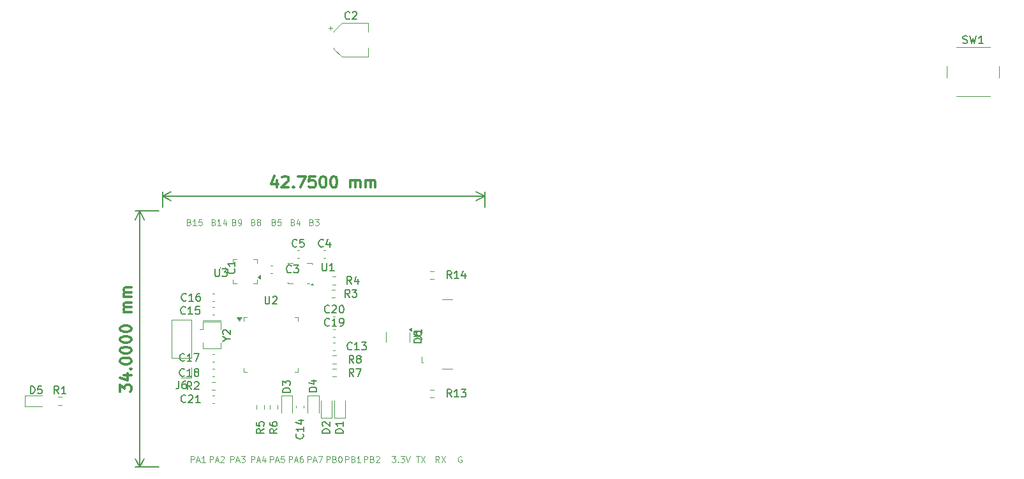
<source format=gbr>
%TF.GenerationSoftware,KiCad,Pcbnew,8.0.5-8.0.5-0~ubuntu24.04.1*%
%TF.CreationDate,2025-02-20T13:25:03+01:00*%
%TF.ProjectId,dev_board_M0,6465765f-626f-4617-9264-5f4d302e6b69,rev?*%
%TF.SameCoordinates,Original*%
%TF.FileFunction,Legend,Top*%
%TF.FilePolarity,Positive*%
%FSLAX46Y46*%
G04 Gerber Fmt 4.6, Leading zero omitted, Abs format (unit mm)*
G04 Created by KiCad (PCBNEW 8.0.5-8.0.5-0~ubuntu24.04.1) date 2025-02-20 13:25:03*
%MOMM*%
%LPD*%
G01*
G04 APERTURE LIST*
%ADD10C,0.100000*%
%ADD11C,0.300000*%
%ADD12C,0.200000*%
%ADD13C,0.150000*%
%ADD14C,0.120000*%
G04 APERTURE END LIST*
D10*
X144675312Y-93634990D02*
X144599122Y-93596895D01*
X144599122Y-93596895D02*
X144484836Y-93596895D01*
X144484836Y-93596895D02*
X144370550Y-93634990D01*
X144370550Y-93634990D02*
X144294360Y-93711180D01*
X144294360Y-93711180D02*
X144256265Y-93787371D01*
X144256265Y-93787371D02*
X144218169Y-93939752D01*
X144218169Y-93939752D02*
X144218169Y-94054038D01*
X144218169Y-94054038D02*
X144256265Y-94206419D01*
X144256265Y-94206419D02*
X144294360Y-94282609D01*
X144294360Y-94282609D02*
X144370550Y-94358800D01*
X144370550Y-94358800D02*
X144484836Y-94396895D01*
X144484836Y-94396895D02*
X144561027Y-94396895D01*
X144561027Y-94396895D02*
X144675312Y-94358800D01*
X144675312Y-94358800D02*
X144713408Y-94320704D01*
X144713408Y-94320704D02*
X144713408Y-94054038D01*
X144713408Y-94054038D02*
X144561027Y-94054038D01*
X111256265Y-94396895D02*
X111256265Y-93596895D01*
X111256265Y-93596895D02*
X111561027Y-93596895D01*
X111561027Y-93596895D02*
X111637217Y-93634990D01*
X111637217Y-93634990D02*
X111675312Y-93673085D01*
X111675312Y-93673085D02*
X111713408Y-93749276D01*
X111713408Y-93749276D02*
X111713408Y-93863561D01*
X111713408Y-93863561D02*
X111675312Y-93939752D01*
X111675312Y-93939752D02*
X111637217Y-93977847D01*
X111637217Y-93977847D02*
X111561027Y-94015942D01*
X111561027Y-94015942D02*
X111256265Y-94015942D01*
X112018169Y-94168323D02*
X112399122Y-94168323D01*
X111941979Y-94396895D02*
X112208646Y-93596895D01*
X112208646Y-93596895D02*
X112475312Y-94396895D01*
X112703883Y-93673085D02*
X112741979Y-93634990D01*
X112741979Y-93634990D02*
X112818169Y-93596895D01*
X112818169Y-93596895D02*
X113008645Y-93596895D01*
X113008645Y-93596895D02*
X113084836Y-93634990D01*
X113084836Y-93634990D02*
X113122931Y-93673085D01*
X113122931Y-93673085D02*
X113161026Y-93749276D01*
X113161026Y-93749276D02*
X113161026Y-93825466D01*
X113161026Y-93825466D02*
X113122931Y-93939752D01*
X113122931Y-93939752D02*
X112665788Y-94396895D01*
X112665788Y-94396895D02*
X113161026Y-94396895D01*
X117022931Y-62477847D02*
X117137217Y-62515942D01*
X117137217Y-62515942D02*
X117175312Y-62554038D01*
X117175312Y-62554038D02*
X117213408Y-62630228D01*
X117213408Y-62630228D02*
X117213408Y-62744514D01*
X117213408Y-62744514D02*
X117175312Y-62820704D01*
X117175312Y-62820704D02*
X117137217Y-62858800D01*
X117137217Y-62858800D02*
X117061027Y-62896895D01*
X117061027Y-62896895D02*
X116756265Y-62896895D01*
X116756265Y-62896895D02*
X116756265Y-62096895D01*
X116756265Y-62096895D02*
X117022931Y-62096895D01*
X117022931Y-62096895D02*
X117099122Y-62134990D01*
X117099122Y-62134990D02*
X117137217Y-62173085D01*
X117137217Y-62173085D02*
X117175312Y-62249276D01*
X117175312Y-62249276D02*
X117175312Y-62325466D01*
X117175312Y-62325466D02*
X117137217Y-62401657D01*
X117137217Y-62401657D02*
X117099122Y-62439752D01*
X117099122Y-62439752D02*
X117022931Y-62477847D01*
X117022931Y-62477847D02*
X116756265Y-62477847D01*
X117670550Y-62439752D02*
X117594360Y-62401657D01*
X117594360Y-62401657D02*
X117556265Y-62363561D01*
X117556265Y-62363561D02*
X117518169Y-62287371D01*
X117518169Y-62287371D02*
X117518169Y-62249276D01*
X117518169Y-62249276D02*
X117556265Y-62173085D01*
X117556265Y-62173085D02*
X117594360Y-62134990D01*
X117594360Y-62134990D02*
X117670550Y-62096895D01*
X117670550Y-62096895D02*
X117822931Y-62096895D01*
X117822931Y-62096895D02*
X117899122Y-62134990D01*
X117899122Y-62134990D02*
X117937217Y-62173085D01*
X117937217Y-62173085D02*
X117975312Y-62249276D01*
X117975312Y-62249276D02*
X117975312Y-62287371D01*
X117975312Y-62287371D02*
X117937217Y-62363561D01*
X117937217Y-62363561D02*
X117899122Y-62401657D01*
X117899122Y-62401657D02*
X117822931Y-62439752D01*
X117822931Y-62439752D02*
X117670550Y-62439752D01*
X117670550Y-62439752D02*
X117594360Y-62477847D01*
X117594360Y-62477847D02*
X117556265Y-62515942D01*
X117556265Y-62515942D02*
X117518169Y-62592133D01*
X117518169Y-62592133D02*
X117518169Y-62744514D01*
X117518169Y-62744514D02*
X117556265Y-62820704D01*
X117556265Y-62820704D02*
X117594360Y-62858800D01*
X117594360Y-62858800D02*
X117670550Y-62896895D01*
X117670550Y-62896895D02*
X117822931Y-62896895D01*
X117822931Y-62896895D02*
X117899122Y-62858800D01*
X117899122Y-62858800D02*
X117937217Y-62820704D01*
X117937217Y-62820704D02*
X117975312Y-62744514D01*
X117975312Y-62744514D02*
X117975312Y-62592133D01*
X117975312Y-62592133D02*
X117937217Y-62515942D01*
X117937217Y-62515942D02*
X117899122Y-62477847D01*
X117899122Y-62477847D02*
X117822931Y-62439752D01*
X119256265Y-94396895D02*
X119256265Y-93596895D01*
X119256265Y-93596895D02*
X119561027Y-93596895D01*
X119561027Y-93596895D02*
X119637217Y-93634990D01*
X119637217Y-93634990D02*
X119675312Y-93673085D01*
X119675312Y-93673085D02*
X119713408Y-93749276D01*
X119713408Y-93749276D02*
X119713408Y-93863561D01*
X119713408Y-93863561D02*
X119675312Y-93939752D01*
X119675312Y-93939752D02*
X119637217Y-93977847D01*
X119637217Y-93977847D02*
X119561027Y-94015942D01*
X119561027Y-94015942D02*
X119256265Y-94015942D01*
X120018169Y-94168323D02*
X120399122Y-94168323D01*
X119941979Y-94396895D02*
X120208646Y-93596895D01*
X120208646Y-93596895D02*
X120475312Y-94396895D01*
X121122931Y-93596895D02*
X120741979Y-93596895D01*
X120741979Y-93596895D02*
X120703883Y-93977847D01*
X120703883Y-93977847D02*
X120741979Y-93939752D01*
X120741979Y-93939752D02*
X120818169Y-93901657D01*
X120818169Y-93901657D02*
X121008645Y-93901657D01*
X121008645Y-93901657D02*
X121084836Y-93939752D01*
X121084836Y-93939752D02*
X121122931Y-93977847D01*
X121122931Y-93977847D02*
X121161026Y-94054038D01*
X121161026Y-94054038D02*
X121161026Y-94244514D01*
X121161026Y-94244514D02*
X121122931Y-94320704D01*
X121122931Y-94320704D02*
X121084836Y-94358800D01*
X121084836Y-94358800D02*
X121008645Y-94396895D01*
X121008645Y-94396895D02*
X120818169Y-94396895D01*
X120818169Y-94396895D02*
X120741979Y-94358800D01*
X120741979Y-94358800D02*
X120703883Y-94320704D01*
X116756265Y-94396895D02*
X116756265Y-93596895D01*
X116756265Y-93596895D02*
X117061027Y-93596895D01*
X117061027Y-93596895D02*
X117137217Y-93634990D01*
X117137217Y-93634990D02*
X117175312Y-93673085D01*
X117175312Y-93673085D02*
X117213408Y-93749276D01*
X117213408Y-93749276D02*
X117213408Y-93863561D01*
X117213408Y-93863561D02*
X117175312Y-93939752D01*
X117175312Y-93939752D02*
X117137217Y-93977847D01*
X117137217Y-93977847D02*
X117061027Y-94015942D01*
X117061027Y-94015942D02*
X116756265Y-94015942D01*
X117518169Y-94168323D02*
X117899122Y-94168323D01*
X117441979Y-94396895D02*
X117708646Y-93596895D01*
X117708646Y-93596895D02*
X117975312Y-94396895D01*
X118584836Y-93863561D02*
X118584836Y-94396895D01*
X118394360Y-93558800D02*
X118203883Y-94130228D01*
X118203883Y-94130228D02*
X118699122Y-94130228D01*
X141713408Y-94396895D02*
X141446741Y-94015942D01*
X141256265Y-94396895D02*
X141256265Y-93596895D01*
X141256265Y-93596895D02*
X141561027Y-93596895D01*
X141561027Y-93596895D02*
X141637217Y-93634990D01*
X141637217Y-93634990D02*
X141675312Y-93673085D01*
X141675312Y-93673085D02*
X141713408Y-93749276D01*
X141713408Y-93749276D02*
X141713408Y-93863561D01*
X141713408Y-93863561D02*
X141675312Y-93939752D01*
X141675312Y-93939752D02*
X141637217Y-93977847D01*
X141637217Y-93977847D02*
X141561027Y-94015942D01*
X141561027Y-94015942D02*
X141256265Y-94015942D01*
X141980074Y-93596895D02*
X142513408Y-94396895D01*
X142513408Y-93596895D02*
X141980074Y-94396895D01*
X111772931Y-62477847D02*
X111887217Y-62515942D01*
X111887217Y-62515942D02*
X111925312Y-62554038D01*
X111925312Y-62554038D02*
X111963408Y-62630228D01*
X111963408Y-62630228D02*
X111963408Y-62744514D01*
X111963408Y-62744514D02*
X111925312Y-62820704D01*
X111925312Y-62820704D02*
X111887217Y-62858800D01*
X111887217Y-62858800D02*
X111811027Y-62896895D01*
X111811027Y-62896895D02*
X111506265Y-62896895D01*
X111506265Y-62896895D02*
X111506265Y-62096895D01*
X111506265Y-62096895D02*
X111772931Y-62096895D01*
X111772931Y-62096895D02*
X111849122Y-62134990D01*
X111849122Y-62134990D02*
X111887217Y-62173085D01*
X111887217Y-62173085D02*
X111925312Y-62249276D01*
X111925312Y-62249276D02*
X111925312Y-62325466D01*
X111925312Y-62325466D02*
X111887217Y-62401657D01*
X111887217Y-62401657D02*
X111849122Y-62439752D01*
X111849122Y-62439752D02*
X111772931Y-62477847D01*
X111772931Y-62477847D02*
X111506265Y-62477847D01*
X112725312Y-62896895D02*
X112268169Y-62896895D01*
X112496741Y-62896895D02*
X112496741Y-62096895D01*
X112496741Y-62096895D02*
X112420550Y-62211180D01*
X112420550Y-62211180D02*
X112344360Y-62287371D01*
X112344360Y-62287371D02*
X112268169Y-62325466D01*
X113411027Y-62363561D02*
X113411027Y-62896895D01*
X113220551Y-62058800D02*
X113030074Y-62630228D01*
X113030074Y-62630228D02*
X113525313Y-62630228D01*
X138641979Y-93596895D02*
X139099122Y-93596895D01*
X138870550Y-94396895D02*
X138870550Y-93596895D01*
X139289598Y-93596895D02*
X139822932Y-94396895D01*
X139822932Y-93596895D02*
X139289598Y-94396895D01*
X114522931Y-62477847D02*
X114637217Y-62515942D01*
X114637217Y-62515942D02*
X114675312Y-62554038D01*
X114675312Y-62554038D02*
X114713408Y-62630228D01*
X114713408Y-62630228D02*
X114713408Y-62744514D01*
X114713408Y-62744514D02*
X114675312Y-62820704D01*
X114675312Y-62820704D02*
X114637217Y-62858800D01*
X114637217Y-62858800D02*
X114561027Y-62896895D01*
X114561027Y-62896895D02*
X114256265Y-62896895D01*
X114256265Y-62896895D02*
X114256265Y-62096895D01*
X114256265Y-62096895D02*
X114522931Y-62096895D01*
X114522931Y-62096895D02*
X114599122Y-62134990D01*
X114599122Y-62134990D02*
X114637217Y-62173085D01*
X114637217Y-62173085D02*
X114675312Y-62249276D01*
X114675312Y-62249276D02*
X114675312Y-62325466D01*
X114675312Y-62325466D02*
X114637217Y-62401657D01*
X114637217Y-62401657D02*
X114599122Y-62439752D01*
X114599122Y-62439752D02*
X114522931Y-62477847D01*
X114522931Y-62477847D02*
X114256265Y-62477847D01*
X115094360Y-62896895D02*
X115246741Y-62896895D01*
X115246741Y-62896895D02*
X115322931Y-62858800D01*
X115322931Y-62858800D02*
X115361027Y-62820704D01*
X115361027Y-62820704D02*
X115437217Y-62706419D01*
X115437217Y-62706419D02*
X115475312Y-62554038D01*
X115475312Y-62554038D02*
X115475312Y-62249276D01*
X115475312Y-62249276D02*
X115437217Y-62173085D01*
X115437217Y-62173085D02*
X115399122Y-62134990D01*
X115399122Y-62134990D02*
X115322931Y-62096895D01*
X115322931Y-62096895D02*
X115170550Y-62096895D01*
X115170550Y-62096895D02*
X115094360Y-62134990D01*
X115094360Y-62134990D02*
X115056265Y-62173085D01*
X115056265Y-62173085D02*
X115018169Y-62249276D01*
X115018169Y-62249276D02*
X115018169Y-62439752D01*
X115018169Y-62439752D02*
X115056265Y-62515942D01*
X115056265Y-62515942D02*
X115094360Y-62554038D01*
X115094360Y-62554038D02*
X115170550Y-62592133D01*
X115170550Y-62592133D02*
X115322931Y-62592133D01*
X115322931Y-62592133D02*
X115399122Y-62554038D01*
X115399122Y-62554038D02*
X115437217Y-62515942D01*
X115437217Y-62515942D02*
X115475312Y-62439752D01*
X114006265Y-94396895D02*
X114006265Y-93596895D01*
X114006265Y-93596895D02*
X114311027Y-93596895D01*
X114311027Y-93596895D02*
X114387217Y-93634990D01*
X114387217Y-93634990D02*
X114425312Y-93673085D01*
X114425312Y-93673085D02*
X114463408Y-93749276D01*
X114463408Y-93749276D02*
X114463408Y-93863561D01*
X114463408Y-93863561D02*
X114425312Y-93939752D01*
X114425312Y-93939752D02*
X114387217Y-93977847D01*
X114387217Y-93977847D02*
X114311027Y-94015942D01*
X114311027Y-94015942D02*
X114006265Y-94015942D01*
X114768169Y-94168323D02*
X115149122Y-94168323D01*
X114691979Y-94396895D02*
X114958646Y-93596895D01*
X114958646Y-93596895D02*
X115225312Y-94396895D01*
X115415788Y-93596895D02*
X115911026Y-93596895D01*
X115911026Y-93596895D02*
X115644360Y-93901657D01*
X115644360Y-93901657D02*
X115758645Y-93901657D01*
X115758645Y-93901657D02*
X115834836Y-93939752D01*
X115834836Y-93939752D02*
X115872931Y-93977847D01*
X115872931Y-93977847D02*
X115911026Y-94054038D01*
X115911026Y-94054038D02*
X115911026Y-94244514D01*
X115911026Y-94244514D02*
X115872931Y-94320704D01*
X115872931Y-94320704D02*
X115834836Y-94358800D01*
X115834836Y-94358800D02*
X115758645Y-94396895D01*
X115758645Y-94396895D02*
X115530074Y-94396895D01*
X115530074Y-94396895D02*
X115453883Y-94358800D01*
X115453883Y-94358800D02*
X115415788Y-94320704D01*
X124772931Y-62477847D02*
X124887217Y-62515942D01*
X124887217Y-62515942D02*
X124925312Y-62554038D01*
X124925312Y-62554038D02*
X124963408Y-62630228D01*
X124963408Y-62630228D02*
X124963408Y-62744514D01*
X124963408Y-62744514D02*
X124925312Y-62820704D01*
X124925312Y-62820704D02*
X124887217Y-62858800D01*
X124887217Y-62858800D02*
X124811027Y-62896895D01*
X124811027Y-62896895D02*
X124506265Y-62896895D01*
X124506265Y-62896895D02*
X124506265Y-62096895D01*
X124506265Y-62096895D02*
X124772931Y-62096895D01*
X124772931Y-62096895D02*
X124849122Y-62134990D01*
X124849122Y-62134990D02*
X124887217Y-62173085D01*
X124887217Y-62173085D02*
X124925312Y-62249276D01*
X124925312Y-62249276D02*
X124925312Y-62325466D01*
X124925312Y-62325466D02*
X124887217Y-62401657D01*
X124887217Y-62401657D02*
X124849122Y-62439752D01*
X124849122Y-62439752D02*
X124772931Y-62477847D01*
X124772931Y-62477847D02*
X124506265Y-62477847D01*
X125230074Y-62096895D02*
X125725312Y-62096895D01*
X125725312Y-62096895D02*
X125458646Y-62401657D01*
X125458646Y-62401657D02*
X125572931Y-62401657D01*
X125572931Y-62401657D02*
X125649122Y-62439752D01*
X125649122Y-62439752D02*
X125687217Y-62477847D01*
X125687217Y-62477847D02*
X125725312Y-62554038D01*
X125725312Y-62554038D02*
X125725312Y-62744514D01*
X125725312Y-62744514D02*
X125687217Y-62820704D01*
X125687217Y-62820704D02*
X125649122Y-62858800D01*
X125649122Y-62858800D02*
X125572931Y-62896895D01*
X125572931Y-62896895D02*
X125344360Y-62896895D01*
X125344360Y-62896895D02*
X125268169Y-62858800D01*
X125268169Y-62858800D02*
X125230074Y-62820704D01*
X108522931Y-62477847D02*
X108637217Y-62515942D01*
X108637217Y-62515942D02*
X108675312Y-62554038D01*
X108675312Y-62554038D02*
X108713408Y-62630228D01*
X108713408Y-62630228D02*
X108713408Y-62744514D01*
X108713408Y-62744514D02*
X108675312Y-62820704D01*
X108675312Y-62820704D02*
X108637217Y-62858800D01*
X108637217Y-62858800D02*
X108561027Y-62896895D01*
X108561027Y-62896895D02*
X108256265Y-62896895D01*
X108256265Y-62896895D02*
X108256265Y-62096895D01*
X108256265Y-62096895D02*
X108522931Y-62096895D01*
X108522931Y-62096895D02*
X108599122Y-62134990D01*
X108599122Y-62134990D02*
X108637217Y-62173085D01*
X108637217Y-62173085D02*
X108675312Y-62249276D01*
X108675312Y-62249276D02*
X108675312Y-62325466D01*
X108675312Y-62325466D02*
X108637217Y-62401657D01*
X108637217Y-62401657D02*
X108599122Y-62439752D01*
X108599122Y-62439752D02*
X108522931Y-62477847D01*
X108522931Y-62477847D02*
X108256265Y-62477847D01*
X109475312Y-62896895D02*
X109018169Y-62896895D01*
X109246741Y-62896895D02*
X109246741Y-62096895D01*
X109246741Y-62096895D02*
X109170550Y-62211180D01*
X109170550Y-62211180D02*
X109094360Y-62287371D01*
X109094360Y-62287371D02*
X109018169Y-62325466D01*
X110199122Y-62096895D02*
X109818170Y-62096895D01*
X109818170Y-62096895D02*
X109780074Y-62477847D01*
X109780074Y-62477847D02*
X109818170Y-62439752D01*
X109818170Y-62439752D02*
X109894360Y-62401657D01*
X109894360Y-62401657D02*
X110084836Y-62401657D01*
X110084836Y-62401657D02*
X110161027Y-62439752D01*
X110161027Y-62439752D02*
X110199122Y-62477847D01*
X110199122Y-62477847D02*
X110237217Y-62554038D01*
X110237217Y-62554038D02*
X110237217Y-62744514D01*
X110237217Y-62744514D02*
X110199122Y-62820704D01*
X110199122Y-62820704D02*
X110161027Y-62858800D01*
X110161027Y-62858800D02*
X110084836Y-62896895D01*
X110084836Y-62896895D02*
X109894360Y-62896895D01*
X109894360Y-62896895D02*
X109818170Y-62858800D01*
X109818170Y-62858800D02*
X109780074Y-62820704D01*
X126756265Y-94396895D02*
X126756265Y-93596895D01*
X126756265Y-93596895D02*
X127061027Y-93596895D01*
X127061027Y-93596895D02*
X127137217Y-93634990D01*
X127137217Y-93634990D02*
X127175312Y-93673085D01*
X127175312Y-93673085D02*
X127213408Y-93749276D01*
X127213408Y-93749276D02*
X127213408Y-93863561D01*
X127213408Y-93863561D02*
X127175312Y-93939752D01*
X127175312Y-93939752D02*
X127137217Y-93977847D01*
X127137217Y-93977847D02*
X127061027Y-94015942D01*
X127061027Y-94015942D02*
X126756265Y-94015942D01*
X127822931Y-93977847D02*
X127937217Y-94015942D01*
X127937217Y-94015942D02*
X127975312Y-94054038D01*
X127975312Y-94054038D02*
X128013408Y-94130228D01*
X128013408Y-94130228D02*
X128013408Y-94244514D01*
X128013408Y-94244514D02*
X127975312Y-94320704D01*
X127975312Y-94320704D02*
X127937217Y-94358800D01*
X127937217Y-94358800D02*
X127861027Y-94396895D01*
X127861027Y-94396895D02*
X127556265Y-94396895D01*
X127556265Y-94396895D02*
X127556265Y-93596895D01*
X127556265Y-93596895D02*
X127822931Y-93596895D01*
X127822931Y-93596895D02*
X127899122Y-93634990D01*
X127899122Y-93634990D02*
X127937217Y-93673085D01*
X127937217Y-93673085D02*
X127975312Y-93749276D01*
X127975312Y-93749276D02*
X127975312Y-93825466D01*
X127975312Y-93825466D02*
X127937217Y-93901657D01*
X127937217Y-93901657D02*
X127899122Y-93939752D01*
X127899122Y-93939752D02*
X127822931Y-93977847D01*
X127822931Y-93977847D02*
X127556265Y-93977847D01*
X128508646Y-93596895D02*
X128584836Y-93596895D01*
X128584836Y-93596895D02*
X128661027Y-93634990D01*
X128661027Y-93634990D02*
X128699122Y-93673085D01*
X128699122Y-93673085D02*
X128737217Y-93749276D01*
X128737217Y-93749276D02*
X128775312Y-93901657D01*
X128775312Y-93901657D02*
X128775312Y-94092133D01*
X128775312Y-94092133D02*
X128737217Y-94244514D01*
X128737217Y-94244514D02*
X128699122Y-94320704D01*
X128699122Y-94320704D02*
X128661027Y-94358800D01*
X128661027Y-94358800D02*
X128584836Y-94396895D01*
X128584836Y-94396895D02*
X128508646Y-94396895D01*
X128508646Y-94396895D02*
X128432455Y-94358800D01*
X128432455Y-94358800D02*
X128394360Y-94320704D01*
X128394360Y-94320704D02*
X128356265Y-94244514D01*
X128356265Y-94244514D02*
X128318169Y-94092133D01*
X128318169Y-94092133D02*
X128318169Y-93901657D01*
X128318169Y-93901657D02*
X128356265Y-93749276D01*
X128356265Y-93749276D02*
X128394360Y-93673085D01*
X128394360Y-93673085D02*
X128432455Y-93634990D01*
X128432455Y-93634990D02*
X128508646Y-93596895D01*
X124256265Y-94396895D02*
X124256265Y-93596895D01*
X124256265Y-93596895D02*
X124561027Y-93596895D01*
X124561027Y-93596895D02*
X124637217Y-93634990D01*
X124637217Y-93634990D02*
X124675312Y-93673085D01*
X124675312Y-93673085D02*
X124713408Y-93749276D01*
X124713408Y-93749276D02*
X124713408Y-93863561D01*
X124713408Y-93863561D02*
X124675312Y-93939752D01*
X124675312Y-93939752D02*
X124637217Y-93977847D01*
X124637217Y-93977847D02*
X124561027Y-94015942D01*
X124561027Y-94015942D02*
X124256265Y-94015942D01*
X125018169Y-94168323D02*
X125399122Y-94168323D01*
X124941979Y-94396895D02*
X125208646Y-93596895D01*
X125208646Y-93596895D02*
X125475312Y-94396895D01*
X125665788Y-93596895D02*
X126199122Y-93596895D01*
X126199122Y-93596895D02*
X125856264Y-94396895D01*
X122272931Y-62477847D02*
X122387217Y-62515942D01*
X122387217Y-62515942D02*
X122425312Y-62554038D01*
X122425312Y-62554038D02*
X122463408Y-62630228D01*
X122463408Y-62630228D02*
X122463408Y-62744514D01*
X122463408Y-62744514D02*
X122425312Y-62820704D01*
X122425312Y-62820704D02*
X122387217Y-62858800D01*
X122387217Y-62858800D02*
X122311027Y-62896895D01*
X122311027Y-62896895D02*
X122006265Y-62896895D01*
X122006265Y-62896895D02*
X122006265Y-62096895D01*
X122006265Y-62096895D02*
X122272931Y-62096895D01*
X122272931Y-62096895D02*
X122349122Y-62134990D01*
X122349122Y-62134990D02*
X122387217Y-62173085D01*
X122387217Y-62173085D02*
X122425312Y-62249276D01*
X122425312Y-62249276D02*
X122425312Y-62325466D01*
X122425312Y-62325466D02*
X122387217Y-62401657D01*
X122387217Y-62401657D02*
X122349122Y-62439752D01*
X122349122Y-62439752D02*
X122272931Y-62477847D01*
X122272931Y-62477847D02*
X122006265Y-62477847D01*
X123149122Y-62363561D02*
X123149122Y-62896895D01*
X122958646Y-62058800D02*
X122768169Y-62630228D01*
X122768169Y-62630228D02*
X123263408Y-62630228D01*
X108756265Y-94396895D02*
X108756265Y-93596895D01*
X108756265Y-93596895D02*
X109061027Y-93596895D01*
X109061027Y-93596895D02*
X109137217Y-93634990D01*
X109137217Y-93634990D02*
X109175312Y-93673085D01*
X109175312Y-93673085D02*
X109213408Y-93749276D01*
X109213408Y-93749276D02*
X109213408Y-93863561D01*
X109213408Y-93863561D02*
X109175312Y-93939752D01*
X109175312Y-93939752D02*
X109137217Y-93977847D01*
X109137217Y-93977847D02*
X109061027Y-94015942D01*
X109061027Y-94015942D02*
X108756265Y-94015942D01*
X109518169Y-94168323D02*
X109899122Y-94168323D01*
X109441979Y-94396895D02*
X109708646Y-93596895D01*
X109708646Y-93596895D02*
X109975312Y-94396895D01*
X110661026Y-94396895D02*
X110203883Y-94396895D01*
X110432455Y-94396895D02*
X110432455Y-93596895D01*
X110432455Y-93596895D02*
X110356264Y-93711180D01*
X110356264Y-93711180D02*
X110280074Y-93787371D01*
X110280074Y-93787371D02*
X110203883Y-93825466D01*
X129256265Y-94396895D02*
X129256265Y-93596895D01*
X129256265Y-93596895D02*
X129561027Y-93596895D01*
X129561027Y-93596895D02*
X129637217Y-93634990D01*
X129637217Y-93634990D02*
X129675312Y-93673085D01*
X129675312Y-93673085D02*
X129713408Y-93749276D01*
X129713408Y-93749276D02*
X129713408Y-93863561D01*
X129713408Y-93863561D02*
X129675312Y-93939752D01*
X129675312Y-93939752D02*
X129637217Y-93977847D01*
X129637217Y-93977847D02*
X129561027Y-94015942D01*
X129561027Y-94015942D02*
X129256265Y-94015942D01*
X130322931Y-93977847D02*
X130437217Y-94015942D01*
X130437217Y-94015942D02*
X130475312Y-94054038D01*
X130475312Y-94054038D02*
X130513408Y-94130228D01*
X130513408Y-94130228D02*
X130513408Y-94244514D01*
X130513408Y-94244514D02*
X130475312Y-94320704D01*
X130475312Y-94320704D02*
X130437217Y-94358800D01*
X130437217Y-94358800D02*
X130361027Y-94396895D01*
X130361027Y-94396895D02*
X130056265Y-94396895D01*
X130056265Y-94396895D02*
X130056265Y-93596895D01*
X130056265Y-93596895D02*
X130322931Y-93596895D01*
X130322931Y-93596895D02*
X130399122Y-93634990D01*
X130399122Y-93634990D02*
X130437217Y-93673085D01*
X130437217Y-93673085D02*
X130475312Y-93749276D01*
X130475312Y-93749276D02*
X130475312Y-93825466D01*
X130475312Y-93825466D02*
X130437217Y-93901657D01*
X130437217Y-93901657D02*
X130399122Y-93939752D01*
X130399122Y-93939752D02*
X130322931Y-93977847D01*
X130322931Y-93977847D02*
X130056265Y-93977847D01*
X131275312Y-94396895D02*
X130818169Y-94396895D01*
X131046741Y-94396895D02*
X131046741Y-93596895D01*
X131046741Y-93596895D02*
X130970550Y-93711180D01*
X130970550Y-93711180D02*
X130894360Y-93787371D01*
X130894360Y-93787371D02*
X130818169Y-93825466D01*
X131756265Y-94396895D02*
X131756265Y-93596895D01*
X131756265Y-93596895D02*
X132061027Y-93596895D01*
X132061027Y-93596895D02*
X132137217Y-93634990D01*
X132137217Y-93634990D02*
X132175312Y-93673085D01*
X132175312Y-93673085D02*
X132213408Y-93749276D01*
X132213408Y-93749276D02*
X132213408Y-93863561D01*
X132213408Y-93863561D02*
X132175312Y-93939752D01*
X132175312Y-93939752D02*
X132137217Y-93977847D01*
X132137217Y-93977847D02*
X132061027Y-94015942D01*
X132061027Y-94015942D02*
X131756265Y-94015942D01*
X132822931Y-93977847D02*
X132937217Y-94015942D01*
X132937217Y-94015942D02*
X132975312Y-94054038D01*
X132975312Y-94054038D02*
X133013408Y-94130228D01*
X133013408Y-94130228D02*
X133013408Y-94244514D01*
X133013408Y-94244514D02*
X132975312Y-94320704D01*
X132975312Y-94320704D02*
X132937217Y-94358800D01*
X132937217Y-94358800D02*
X132861027Y-94396895D01*
X132861027Y-94396895D02*
X132556265Y-94396895D01*
X132556265Y-94396895D02*
X132556265Y-93596895D01*
X132556265Y-93596895D02*
X132822931Y-93596895D01*
X132822931Y-93596895D02*
X132899122Y-93634990D01*
X132899122Y-93634990D02*
X132937217Y-93673085D01*
X132937217Y-93673085D02*
X132975312Y-93749276D01*
X132975312Y-93749276D02*
X132975312Y-93825466D01*
X132975312Y-93825466D02*
X132937217Y-93901657D01*
X132937217Y-93901657D02*
X132899122Y-93939752D01*
X132899122Y-93939752D02*
X132822931Y-93977847D01*
X132822931Y-93977847D02*
X132556265Y-93977847D01*
X133318169Y-93673085D02*
X133356265Y-93634990D01*
X133356265Y-93634990D02*
X133432455Y-93596895D01*
X133432455Y-93596895D02*
X133622931Y-93596895D01*
X133622931Y-93596895D02*
X133699122Y-93634990D01*
X133699122Y-93634990D02*
X133737217Y-93673085D01*
X133737217Y-93673085D02*
X133775312Y-93749276D01*
X133775312Y-93749276D02*
X133775312Y-93825466D01*
X133775312Y-93825466D02*
X133737217Y-93939752D01*
X133737217Y-93939752D02*
X133280074Y-94396895D01*
X133280074Y-94396895D02*
X133775312Y-94396895D01*
X135430074Y-93596895D02*
X135925312Y-93596895D01*
X135925312Y-93596895D02*
X135658646Y-93901657D01*
X135658646Y-93901657D02*
X135772931Y-93901657D01*
X135772931Y-93901657D02*
X135849122Y-93939752D01*
X135849122Y-93939752D02*
X135887217Y-93977847D01*
X135887217Y-93977847D02*
X135925312Y-94054038D01*
X135925312Y-94054038D02*
X135925312Y-94244514D01*
X135925312Y-94244514D02*
X135887217Y-94320704D01*
X135887217Y-94320704D02*
X135849122Y-94358800D01*
X135849122Y-94358800D02*
X135772931Y-94396895D01*
X135772931Y-94396895D02*
X135544360Y-94396895D01*
X135544360Y-94396895D02*
X135468169Y-94358800D01*
X135468169Y-94358800D02*
X135430074Y-94320704D01*
X136268170Y-94320704D02*
X136306265Y-94358800D01*
X136306265Y-94358800D02*
X136268170Y-94396895D01*
X136268170Y-94396895D02*
X136230074Y-94358800D01*
X136230074Y-94358800D02*
X136268170Y-94320704D01*
X136268170Y-94320704D02*
X136268170Y-94396895D01*
X136572931Y-93596895D02*
X137068169Y-93596895D01*
X137068169Y-93596895D02*
X136801503Y-93901657D01*
X136801503Y-93901657D02*
X136915788Y-93901657D01*
X136915788Y-93901657D02*
X136991979Y-93939752D01*
X136991979Y-93939752D02*
X137030074Y-93977847D01*
X137030074Y-93977847D02*
X137068169Y-94054038D01*
X137068169Y-94054038D02*
X137068169Y-94244514D01*
X137068169Y-94244514D02*
X137030074Y-94320704D01*
X137030074Y-94320704D02*
X136991979Y-94358800D01*
X136991979Y-94358800D02*
X136915788Y-94396895D01*
X136915788Y-94396895D02*
X136687217Y-94396895D01*
X136687217Y-94396895D02*
X136611026Y-94358800D01*
X136611026Y-94358800D02*
X136572931Y-94320704D01*
X137296741Y-93596895D02*
X137563408Y-94396895D01*
X137563408Y-94396895D02*
X137830074Y-93596895D01*
X119772931Y-62477847D02*
X119887217Y-62515942D01*
X119887217Y-62515942D02*
X119925312Y-62554038D01*
X119925312Y-62554038D02*
X119963408Y-62630228D01*
X119963408Y-62630228D02*
X119963408Y-62744514D01*
X119963408Y-62744514D02*
X119925312Y-62820704D01*
X119925312Y-62820704D02*
X119887217Y-62858800D01*
X119887217Y-62858800D02*
X119811027Y-62896895D01*
X119811027Y-62896895D02*
X119506265Y-62896895D01*
X119506265Y-62896895D02*
X119506265Y-62096895D01*
X119506265Y-62096895D02*
X119772931Y-62096895D01*
X119772931Y-62096895D02*
X119849122Y-62134990D01*
X119849122Y-62134990D02*
X119887217Y-62173085D01*
X119887217Y-62173085D02*
X119925312Y-62249276D01*
X119925312Y-62249276D02*
X119925312Y-62325466D01*
X119925312Y-62325466D02*
X119887217Y-62401657D01*
X119887217Y-62401657D02*
X119849122Y-62439752D01*
X119849122Y-62439752D02*
X119772931Y-62477847D01*
X119772931Y-62477847D02*
X119506265Y-62477847D01*
X120687217Y-62096895D02*
X120306265Y-62096895D01*
X120306265Y-62096895D02*
X120268169Y-62477847D01*
X120268169Y-62477847D02*
X120306265Y-62439752D01*
X120306265Y-62439752D02*
X120382455Y-62401657D01*
X120382455Y-62401657D02*
X120572931Y-62401657D01*
X120572931Y-62401657D02*
X120649122Y-62439752D01*
X120649122Y-62439752D02*
X120687217Y-62477847D01*
X120687217Y-62477847D02*
X120725312Y-62554038D01*
X120725312Y-62554038D02*
X120725312Y-62744514D01*
X120725312Y-62744514D02*
X120687217Y-62820704D01*
X120687217Y-62820704D02*
X120649122Y-62858800D01*
X120649122Y-62858800D02*
X120572931Y-62896895D01*
X120572931Y-62896895D02*
X120382455Y-62896895D01*
X120382455Y-62896895D02*
X120306265Y-62858800D01*
X120306265Y-62858800D02*
X120268169Y-62820704D01*
X121756265Y-94396895D02*
X121756265Y-93596895D01*
X121756265Y-93596895D02*
X122061027Y-93596895D01*
X122061027Y-93596895D02*
X122137217Y-93634990D01*
X122137217Y-93634990D02*
X122175312Y-93673085D01*
X122175312Y-93673085D02*
X122213408Y-93749276D01*
X122213408Y-93749276D02*
X122213408Y-93863561D01*
X122213408Y-93863561D02*
X122175312Y-93939752D01*
X122175312Y-93939752D02*
X122137217Y-93977847D01*
X122137217Y-93977847D02*
X122061027Y-94015942D01*
X122061027Y-94015942D02*
X121756265Y-94015942D01*
X122518169Y-94168323D02*
X122899122Y-94168323D01*
X122441979Y-94396895D02*
X122708646Y-93596895D01*
X122708646Y-93596895D02*
X122975312Y-94396895D01*
X123584836Y-93596895D02*
X123432455Y-93596895D01*
X123432455Y-93596895D02*
X123356264Y-93634990D01*
X123356264Y-93634990D02*
X123318169Y-93673085D01*
X123318169Y-93673085D02*
X123241979Y-93787371D01*
X123241979Y-93787371D02*
X123203883Y-93939752D01*
X123203883Y-93939752D02*
X123203883Y-94244514D01*
X123203883Y-94244514D02*
X123241979Y-94320704D01*
X123241979Y-94320704D02*
X123280074Y-94358800D01*
X123280074Y-94358800D02*
X123356264Y-94396895D01*
X123356264Y-94396895D02*
X123508645Y-94396895D01*
X123508645Y-94396895D02*
X123584836Y-94358800D01*
X123584836Y-94358800D02*
X123622931Y-94320704D01*
X123622931Y-94320704D02*
X123661026Y-94244514D01*
X123661026Y-94244514D02*
X123661026Y-94054038D01*
X123661026Y-94054038D02*
X123622931Y-93977847D01*
X123622931Y-93977847D02*
X123584836Y-93939752D01*
X123584836Y-93939752D02*
X123508645Y-93901657D01*
X123508645Y-93901657D02*
X123356264Y-93901657D01*
X123356264Y-93901657D02*
X123280074Y-93939752D01*
X123280074Y-93939752D02*
X123241979Y-93977847D01*
X123241979Y-93977847D02*
X123203883Y-94054038D01*
D11*
X99378328Y-84999998D02*
X99378328Y-84071426D01*
X99378328Y-84071426D02*
X99949757Y-84571426D01*
X99949757Y-84571426D02*
X99949757Y-84357141D01*
X99949757Y-84357141D02*
X100021185Y-84214284D01*
X100021185Y-84214284D02*
X100092614Y-84142855D01*
X100092614Y-84142855D02*
X100235471Y-84071426D01*
X100235471Y-84071426D02*
X100592614Y-84071426D01*
X100592614Y-84071426D02*
X100735471Y-84142855D01*
X100735471Y-84142855D02*
X100806900Y-84214284D01*
X100806900Y-84214284D02*
X100878328Y-84357141D01*
X100878328Y-84357141D02*
X100878328Y-84785712D01*
X100878328Y-84785712D02*
X100806900Y-84928569D01*
X100806900Y-84928569D02*
X100735471Y-84999998D01*
X99878328Y-82785713D02*
X100878328Y-82785713D01*
X99306900Y-83142855D02*
X100378328Y-83499998D01*
X100378328Y-83499998D02*
X100378328Y-82571427D01*
X100735471Y-81999999D02*
X100806900Y-81928570D01*
X100806900Y-81928570D02*
X100878328Y-81999999D01*
X100878328Y-81999999D02*
X100806900Y-82071427D01*
X100806900Y-82071427D02*
X100735471Y-81999999D01*
X100735471Y-81999999D02*
X100878328Y-81999999D01*
X99378328Y-80999998D02*
X99378328Y-80857141D01*
X99378328Y-80857141D02*
X99449757Y-80714284D01*
X99449757Y-80714284D02*
X99521185Y-80642856D01*
X99521185Y-80642856D02*
X99664042Y-80571427D01*
X99664042Y-80571427D02*
X99949757Y-80499998D01*
X99949757Y-80499998D02*
X100306900Y-80499998D01*
X100306900Y-80499998D02*
X100592614Y-80571427D01*
X100592614Y-80571427D02*
X100735471Y-80642856D01*
X100735471Y-80642856D02*
X100806900Y-80714284D01*
X100806900Y-80714284D02*
X100878328Y-80857141D01*
X100878328Y-80857141D02*
X100878328Y-80999998D01*
X100878328Y-80999998D02*
X100806900Y-81142856D01*
X100806900Y-81142856D02*
X100735471Y-81214284D01*
X100735471Y-81214284D02*
X100592614Y-81285713D01*
X100592614Y-81285713D02*
X100306900Y-81357141D01*
X100306900Y-81357141D02*
X99949757Y-81357141D01*
X99949757Y-81357141D02*
X99664042Y-81285713D01*
X99664042Y-81285713D02*
X99521185Y-81214284D01*
X99521185Y-81214284D02*
X99449757Y-81142856D01*
X99449757Y-81142856D02*
X99378328Y-80999998D01*
X99378328Y-79571427D02*
X99378328Y-79428570D01*
X99378328Y-79428570D02*
X99449757Y-79285713D01*
X99449757Y-79285713D02*
X99521185Y-79214285D01*
X99521185Y-79214285D02*
X99664042Y-79142856D01*
X99664042Y-79142856D02*
X99949757Y-79071427D01*
X99949757Y-79071427D02*
X100306900Y-79071427D01*
X100306900Y-79071427D02*
X100592614Y-79142856D01*
X100592614Y-79142856D02*
X100735471Y-79214285D01*
X100735471Y-79214285D02*
X100806900Y-79285713D01*
X100806900Y-79285713D02*
X100878328Y-79428570D01*
X100878328Y-79428570D02*
X100878328Y-79571427D01*
X100878328Y-79571427D02*
X100806900Y-79714285D01*
X100806900Y-79714285D02*
X100735471Y-79785713D01*
X100735471Y-79785713D02*
X100592614Y-79857142D01*
X100592614Y-79857142D02*
X100306900Y-79928570D01*
X100306900Y-79928570D02*
X99949757Y-79928570D01*
X99949757Y-79928570D02*
X99664042Y-79857142D01*
X99664042Y-79857142D02*
X99521185Y-79785713D01*
X99521185Y-79785713D02*
X99449757Y-79714285D01*
X99449757Y-79714285D02*
X99378328Y-79571427D01*
X99378328Y-78142856D02*
X99378328Y-77999999D01*
X99378328Y-77999999D02*
X99449757Y-77857142D01*
X99449757Y-77857142D02*
X99521185Y-77785714D01*
X99521185Y-77785714D02*
X99664042Y-77714285D01*
X99664042Y-77714285D02*
X99949757Y-77642856D01*
X99949757Y-77642856D02*
X100306900Y-77642856D01*
X100306900Y-77642856D02*
X100592614Y-77714285D01*
X100592614Y-77714285D02*
X100735471Y-77785714D01*
X100735471Y-77785714D02*
X100806900Y-77857142D01*
X100806900Y-77857142D02*
X100878328Y-77999999D01*
X100878328Y-77999999D02*
X100878328Y-78142856D01*
X100878328Y-78142856D02*
X100806900Y-78285714D01*
X100806900Y-78285714D02*
X100735471Y-78357142D01*
X100735471Y-78357142D02*
X100592614Y-78428571D01*
X100592614Y-78428571D02*
X100306900Y-78499999D01*
X100306900Y-78499999D02*
X99949757Y-78499999D01*
X99949757Y-78499999D02*
X99664042Y-78428571D01*
X99664042Y-78428571D02*
X99521185Y-78357142D01*
X99521185Y-78357142D02*
X99449757Y-78285714D01*
X99449757Y-78285714D02*
X99378328Y-78142856D01*
X99378328Y-76714285D02*
X99378328Y-76571428D01*
X99378328Y-76571428D02*
X99449757Y-76428571D01*
X99449757Y-76428571D02*
X99521185Y-76357143D01*
X99521185Y-76357143D02*
X99664042Y-76285714D01*
X99664042Y-76285714D02*
X99949757Y-76214285D01*
X99949757Y-76214285D02*
X100306900Y-76214285D01*
X100306900Y-76214285D02*
X100592614Y-76285714D01*
X100592614Y-76285714D02*
X100735471Y-76357143D01*
X100735471Y-76357143D02*
X100806900Y-76428571D01*
X100806900Y-76428571D02*
X100878328Y-76571428D01*
X100878328Y-76571428D02*
X100878328Y-76714285D01*
X100878328Y-76714285D02*
X100806900Y-76857143D01*
X100806900Y-76857143D02*
X100735471Y-76928571D01*
X100735471Y-76928571D02*
X100592614Y-77000000D01*
X100592614Y-77000000D02*
X100306900Y-77071428D01*
X100306900Y-77071428D02*
X99949757Y-77071428D01*
X99949757Y-77071428D02*
X99664042Y-77000000D01*
X99664042Y-77000000D02*
X99521185Y-76928571D01*
X99521185Y-76928571D02*
X99449757Y-76857143D01*
X99449757Y-76857143D02*
X99378328Y-76714285D01*
X100878328Y-74428572D02*
X99878328Y-74428572D01*
X100021185Y-74428572D02*
X99949757Y-74357143D01*
X99949757Y-74357143D02*
X99878328Y-74214286D01*
X99878328Y-74214286D02*
X99878328Y-74000000D01*
X99878328Y-74000000D02*
X99949757Y-73857143D01*
X99949757Y-73857143D02*
X100092614Y-73785715D01*
X100092614Y-73785715D02*
X100878328Y-73785715D01*
X100092614Y-73785715D02*
X99949757Y-73714286D01*
X99949757Y-73714286D02*
X99878328Y-73571429D01*
X99878328Y-73571429D02*
X99878328Y-73357143D01*
X99878328Y-73357143D02*
X99949757Y-73214286D01*
X99949757Y-73214286D02*
X100092614Y-73142857D01*
X100092614Y-73142857D02*
X100878328Y-73142857D01*
X100878328Y-72428572D02*
X99878328Y-72428572D01*
X100021185Y-72428572D02*
X99949757Y-72357143D01*
X99949757Y-72357143D02*
X99878328Y-72214286D01*
X99878328Y-72214286D02*
X99878328Y-72000000D01*
X99878328Y-72000000D02*
X99949757Y-71857143D01*
X99949757Y-71857143D02*
X100092614Y-71785715D01*
X100092614Y-71785715D02*
X100878328Y-71785715D01*
X100092614Y-71785715D02*
X99949757Y-71714286D01*
X99949757Y-71714286D02*
X99878328Y-71571429D01*
X99878328Y-71571429D02*
X99878328Y-71357143D01*
X99878328Y-71357143D02*
X99949757Y-71214286D01*
X99949757Y-71214286D02*
X100092614Y-71142857D01*
X100092614Y-71142857D02*
X100878328Y-71142857D01*
D12*
X104500000Y-61000000D02*
X101413580Y-61000000D01*
X104500000Y-95000000D02*
X101413580Y-95000000D01*
X102000000Y-61000000D02*
X102000000Y-95000000D01*
X102000000Y-61000000D02*
X102000000Y-95000000D01*
X102000000Y-61000000D02*
X102586421Y-62126504D01*
X102000000Y-61000000D02*
X101413579Y-62126504D01*
X102000000Y-95000000D02*
X101413579Y-93873496D01*
X102000000Y-95000000D02*
X102586421Y-93873496D01*
D11*
X120160716Y-56878328D02*
X120160716Y-57878328D01*
X119803573Y-56306900D02*
X119446430Y-57378328D01*
X119446430Y-57378328D02*
X120375001Y-57378328D01*
X120875001Y-56521185D02*
X120946429Y-56449757D01*
X120946429Y-56449757D02*
X121089287Y-56378328D01*
X121089287Y-56378328D02*
X121446429Y-56378328D01*
X121446429Y-56378328D02*
X121589287Y-56449757D01*
X121589287Y-56449757D02*
X121660715Y-56521185D01*
X121660715Y-56521185D02*
X121732144Y-56664042D01*
X121732144Y-56664042D02*
X121732144Y-56806900D01*
X121732144Y-56806900D02*
X121660715Y-57021185D01*
X121660715Y-57021185D02*
X120803572Y-57878328D01*
X120803572Y-57878328D02*
X121732144Y-57878328D01*
X122375000Y-57735471D02*
X122446429Y-57806900D01*
X122446429Y-57806900D02*
X122375000Y-57878328D01*
X122375000Y-57878328D02*
X122303572Y-57806900D01*
X122303572Y-57806900D02*
X122375000Y-57735471D01*
X122375000Y-57735471D02*
X122375000Y-57878328D01*
X122946429Y-56378328D02*
X123946429Y-56378328D01*
X123946429Y-56378328D02*
X123303572Y-57878328D01*
X125232143Y-56378328D02*
X124517857Y-56378328D01*
X124517857Y-56378328D02*
X124446429Y-57092614D01*
X124446429Y-57092614D02*
X124517857Y-57021185D01*
X124517857Y-57021185D02*
X124660715Y-56949757D01*
X124660715Y-56949757D02*
X125017857Y-56949757D01*
X125017857Y-56949757D02*
X125160715Y-57021185D01*
X125160715Y-57021185D02*
X125232143Y-57092614D01*
X125232143Y-57092614D02*
X125303572Y-57235471D01*
X125303572Y-57235471D02*
X125303572Y-57592614D01*
X125303572Y-57592614D02*
X125232143Y-57735471D01*
X125232143Y-57735471D02*
X125160715Y-57806900D01*
X125160715Y-57806900D02*
X125017857Y-57878328D01*
X125017857Y-57878328D02*
X124660715Y-57878328D01*
X124660715Y-57878328D02*
X124517857Y-57806900D01*
X124517857Y-57806900D02*
X124446429Y-57735471D01*
X126232143Y-56378328D02*
X126375000Y-56378328D01*
X126375000Y-56378328D02*
X126517857Y-56449757D01*
X126517857Y-56449757D02*
X126589286Y-56521185D01*
X126589286Y-56521185D02*
X126660714Y-56664042D01*
X126660714Y-56664042D02*
X126732143Y-56949757D01*
X126732143Y-56949757D02*
X126732143Y-57306900D01*
X126732143Y-57306900D02*
X126660714Y-57592614D01*
X126660714Y-57592614D02*
X126589286Y-57735471D01*
X126589286Y-57735471D02*
X126517857Y-57806900D01*
X126517857Y-57806900D02*
X126375000Y-57878328D01*
X126375000Y-57878328D02*
X126232143Y-57878328D01*
X126232143Y-57878328D02*
X126089286Y-57806900D01*
X126089286Y-57806900D02*
X126017857Y-57735471D01*
X126017857Y-57735471D02*
X125946428Y-57592614D01*
X125946428Y-57592614D02*
X125875000Y-57306900D01*
X125875000Y-57306900D02*
X125875000Y-56949757D01*
X125875000Y-56949757D02*
X125946428Y-56664042D01*
X125946428Y-56664042D02*
X126017857Y-56521185D01*
X126017857Y-56521185D02*
X126089286Y-56449757D01*
X126089286Y-56449757D02*
X126232143Y-56378328D01*
X127660714Y-56378328D02*
X127803571Y-56378328D01*
X127803571Y-56378328D02*
X127946428Y-56449757D01*
X127946428Y-56449757D02*
X128017857Y-56521185D01*
X128017857Y-56521185D02*
X128089285Y-56664042D01*
X128089285Y-56664042D02*
X128160714Y-56949757D01*
X128160714Y-56949757D02*
X128160714Y-57306900D01*
X128160714Y-57306900D02*
X128089285Y-57592614D01*
X128089285Y-57592614D02*
X128017857Y-57735471D01*
X128017857Y-57735471D02*
X127946428Y-57806900D01*
X127946428Y-57806900D02*
X127803571Y-57878328D01*
X127803571Y-57878328D02*
X127660714Y-57878328D01*
X127660714Y-57878328D02*
X127517857Y-57806900D01*
X127517857Y-57806900D02*
X127446428Y-57735471D01*
X127446428Y-57735471D02*
X127374999Y-57592614D01*
X127374999Y-57592614D02*
X127303571Y-57306900D01*
X127303571Y-57306900D02*
X127303571Y-56949757D01*
X127303571Y-56949757D02*
X127374999Y-56664042D01*
X127374999Y-56664042D02*
X127446428Y-56521185D01*
X127446428Y-56521185D02*
X127517857Y-56449757D01*
X127517857Y-56449757D02*
X127660714Y-56378328D01*
X129946427Y-57878328D02*
X129946427Y-56878328D01*
X129946427Y-57021185D02*
X130017856Y-56949757D01*
X130017856Y-56949757D02*
X130160713Y-56878328D01*
X130160713Y-56878328D02*
X130374999Y-56878328D01*
X130374999Y-56878328D02*
X130517856Y-56949757D01*
X130517856Y-56949757D02*
X130589285Y-57092614D01*
X130589285Y-57092614D02*
X130589285Y-57878328D01*
X130589285Y-57092614D02*
X130660713Y-56949757D01*
X130660713Y-56949757D02*
X130803570Y-56878328D01*
X130803570Y-56878328D02*
X131017856Y-56878328D01*
X131017856Y-56878328D02*
X131160713Y-56949757D01*
X131160713Y-56949757D02*
X131232142Y-57092614D01*
X131232142Y-57092614D02*
X131232142Y-57878328D01*
X131946427Y-57878328D02*
X131946427Y-56878328D01*
X131946427Y-57021185D02*
X132017856Y-56949757D01*
X132017856Y-56949757D02*
X132160713Y-56878328D01*
X132160713Y-56878328D02*
X132374999Y-56878328D01*
X132374999Y-56878328D02*
X132517856Y-56949757D01*
X132517856Y-56949757D02*
X132589285Y-57092614D01*
X132589285Y-57092614D02*
X132589285Y-57878328D01*
X132589285Y-57092614D02*
X132660713Y-56949757D01*
X132660713Y-56949757D02*
X132803570Y-56878328D01*
X132803570Y-56878328D02*
X133017856Y-56878328D01*
X133017856Y-56878328D02*
X133160713Y-56949757D01*
X133160713Y-56949757D02*
X133232142Y-57092614D01*
X133232142Y-57092614D02*
X133232142Y-57878328D01*
D12*
X105000000Y-60500000D02*
X105000000Y-58413580D01*
X147750000Y-60500000D02*
X147750000Y-58413580D01*
X105000000Y-59000000D02*
X147750000Y-59000000D01*
X105000000Y-59000000D02*
X147750000Y-59000000D01*
X105000000Y-59000000D02*
X106126504Y-58413579D01*
X105000000Y-59000000D02*
X106126504Y-59586421D01*
X147750000Y-59000000D02*
X146623496Y-59586421D01*
X147750000Y-59000000D02*
X146623496Y-58413579D01*
D13*
X87474405Y-85274819D02*
X87474405Y-84274819D01*
X87474405Y-84274819D02*
X87712500Y-84274819D01*
X87712500Y-84274819D02*
X87855357Y-84322438D01*
X87855357Y-84322438D02*
X87950595Y-84417676D01*
X87950595Y-84417676D02*
X87998214Y-84512914D01*
X87998214Y-84512914D02*
X88045833Y-84703390D01*
X88045833Y-84703390D02*
X88045833Y-84846247D01*
X88045833Y-84846247D02*
X87998214Y-85036723D01*
X87998214Y-85036723D02*
X87950595Y-85131961D01*
X87950595Y-85131961D02*
X87855357Y-85227200D01*
X87855357Y-85227200D02*
X87712500Y-85274819D01*
X87712500Y-85274819D02*
X87474405Y-85274819D01*
X88950595Y-84274819D02*
X88474405Y-84274819D01*
X88474405Y-84274819D02*
X88426786Y-84751009D01*
X88426786Y-84751009D02*
X88474405Y-84703390D01*
X88474405Y-84703390D02*
X88569643Y-84655771D01*
X88569643Y-84655771D02*
X88807738Y-84655771D01*
X88807738Y-84655771D02*
X88902976Y-84703390D01*
X88902976Y-84703390D02*
X88950595Y-84751009D01*
X88950595Y-84751009D02*
X88998214Y-84846247D01*
X88998214Y-84846247D02*
X88998214Y-85084342D01*
X88998214Y-85084342D02*
X88950595Y-85179580D01*
X88950595Y-85179580D02*
X88902976Y-85227200D01*
X88902976Y-85227200D02*
X88807738Y-85274819D01*
X88807738Y-85274819D02*
X88569643Y-85274819D01*
X88569643Y-85274819D02*
X88474405Y-85227200D01*
X88474405Y-85227200D02*
X88426786Y-85179580D01*
X91220833Y-85274819D02*
X90887500Y-84798628D01*
X90649405Y-85274819D02*
X90649405Y-84274819D01*
X90649405Y-84274819D02*
X91030357Y-84274819D01*
X91030357Y-84274819D02*
X91125595Y-84322438D01*
X91125595Y-84322438D02*
X91173214Y-84370057D01*
X91173214Y-84370057D02*
X91220833Y-84465295D01*
X91220833Y-84465295D02*
X91220833Y-84608152D01*
X91220833Y-84608152D02*
X91173214Y-84703390D01*
X91173214Y-84703390D02*
X91125595Y-84751009D01*
X91125595Y-84751009D02*
X91030357Y-84798628D01*
X91030357Y-84798628D02*
X90649405Y-84798628D01*
X92173214Y-85274819D02*
X91601786Y-85274819D01*
X91887500Y-85274819D02*
X91887500Y-84274819D01*
X91887500Y-84274819D02*
X91792262Y-84417676D01*
X91792262Y-84417676D02*
X91697024Y-84512914D01*
X91697024Y-84512914D02*
X91601786Y-84560533D01*
X130358333Y-82954819D02*
X130025000Y-82478628D01*
X129786905Y-82954819D02*
X129786905Y-81954819D01*
X129786905Y-81954819D02*
X130167857Y-81954819D01*
X130167857Y-81954819D02*
X130263095Y-82002438D01*
X130263095Y-82002438D02*
X130310714Y-82050057D01*
X130310714Y-82050057D02*
X130358333Y-82145295D01*
X130358333Y-82145295D02*
X130358333Y-82288152D01*
X130358333Y-82288152D02*
X130310714Y-82383390D01*
X130310714Y-82383390D02*
X130263095Y-82431009D01*
X130263095Y-82431009D02*
X130167857Y-82478628D01*
X130167857Y-82478628D02*
X129786905Y-82478628D01*
X130691667Y-81954819D02*
X131358333Y-81954819D01*
X131358333Y-81954819D02*
X130929762Y-82954819D01*
X127132142Y-74429580D02*
X127084523Y-74477200D01*
X127084523Y-74477200D02*
X126941666Y-74524819D01*
X126941666Y-74524819D02*
X126846428Y-74524819D01*
X126846428Y-74524819D02*
X126703571Y-74477200D01*
X126703571Y-74477200D02*
X126608333Y-74381961D01*
X126608333Y-74381961D02*
X126560714Y-74286723D01*
X126560714Y-74286723D02*
X126513095Y-74096247D01*
X126513095Y-74096247D02*
X126513095Y-73953390D01*
X126513095Y-73953390D02*
X126560714Y-73762914D01*
X126560714Y-73762914D02*
X126608333Y-73667676D01*
X126608333Y-73667676D02*
X126703571Y-73572438D01*
X126703571Y-73572438D02*
X126846428Y-73524819D01*
X126846428Y-73524819D02*
X126941666Y-73524819D01*
X126941666Y-73524819D02*
X127084523Y-73572438D01*
X127084523Y-73572438D02*
X127132142Y-73620057D01*
X127513095Y-73620057D02*
X127560714Y-73572438D01*
X127560714Y-73572438D02*
X127655952Y-73524819D01*
X127655952Y-73524819D02*
X127894047Y-73524819D01*
X127894047Y-73524819D02*
X127989285Y-73572438D01*
X127989285Y-73572438D02*
X128036904Y-73620057D01*
X128036904Y-73620057D02*
X128084523Y-73715295D01*
X128084523Y-73715295D02*
X128084523Y-73810533D01*
X128084523Y-73810533D02*
X128036904Y-73953390D01*
X128036904Y-73953390D02*
X127465476Y-74524819D01*
X127465476Y-74524819D02*
X128084523Y-74524819D01*
X128703571Y-73524819D02*
X128798809Y-73524819D01*
X128798809Y-73524819D02*
X128894047Y-73572438D01*
X128894047Y-73572438D02*
X128941666Y-73620057D01*
X128941666Y-73620057D02*
X128989285Y-73715295D01*
X128989285Y-73715295D02*
X129036904Y-73905771D01*
X129036904Y-73905771D02*
X129036904Y-74143866D01*
X129036904Y-74143866D02*
X128989285Y-74334342D01*
X128989285Y-74334342D02*
X128941666Y-74429580D01*
X128941666Y-74429580D02*
X128894047Y-74477200D01*
X128894047Y-74477200D02*
X128798809Y-74524819D01*
X128798809Y-74524819D02*
X128703571Y-74524819D01*
X128703571Y-74524819D02*
X128608333Y-74477200D01*
X128608333Y-74477200D02*
X128560714Y-74429580D01*
X128560714Y-74429580D02*
X128513095Y-74334342D01*
X128513095Y-74334342D02*
X128465476Y-74143866D01*
X128465476Y-74143866D02*
X128465476Y-73905771D01*
X128465476Y-73905771D02*
X128513095Y-73715295D01*
X128513095Y-73715295D02*
X128560714Y-73620057D01*
X128560714Y-73620057D02*
X128608333Y-73572438D01*
X128608333Y-73572438D02*
X128703571Y-73524819D01*
X126333333Y-65679580D02*
X126285714Y-65727200D01*
X126285714Y-65727200D02*
X126142857Y-65774819D01*
X126142857Y-65774819D02*
X126047619Y-65774819D01*
X126047619Y-65774819D02*
X125904762Y-65727200D01*
X125904762Y-65727200D02*
X125809524Y-65631961D01*
X125809524Y-65631961D02*
X125761905Y-65536723D01*
X125761905Y-65536723D02*
X125714286Y-65346247D01*
X125714286Y-65346247D02*
X125714286Y-65203390D01*
X125714286Y-65203390D02*
X125761905Y-65012914D01*
X125761905Y-65012914D02*
X125809524Y-64917676D01*
X125809524Y-64917676D02*
X125904762Y-64822438D01*
X125904762Y-64822438D02*
X126047619Y-64774819D01*
X126047619Y-64774819D02*
X126142857Y-64774819D01*
X126142857Y-64774819D02*
X126285714Y-64822438D01*
X126285714Y-64822438D02*
X126333333Y-64870057D01*
X127190476Y-65108152D02*
X127190476Y-65774819D01*
X126952381Y-64727200D02*
X126714286Y-65441485D01*
X126714286Y-65441485D02*
X127333333Y-65441485D01*
X129833333Y-35409580D02*
X129785714Y-35457200D01*
X129785714Y-35457200D02*
X129642857Y-35504819D01*
X129642857Y-35504819D02*
X129547619Y-35504819D01*
X129547619Y-35504819D02*
X129404762Y-35457200D01*
X129404762Y-35457200D02*
X129309524Y-35361961D01*
X129309524Y-35361961D02*
X129261905Y-35266723D01*
X129261905Y-35266723D02*
X129214286Y-35076247D01*
X129214286Y-35076247D02*
X129214286Y-34933390D01*
X129214286Y-34933390D02*
X129261905Y-34742914D01*
X129261905Y-34742914D02*
X129309524Y-34647676D01*
X129309524Y-34647676D02*
X129404762Y-34552438D01*
X129404762Y-34552438D02*
X129547619Y-34504819D01*
X129547619Y-34504819D02*
X129642857Y-34504819D01*
X129642857Y-34504819D02*
X129785714Y-34552438D01*
X129785714Y-34552438D02*
X129833333Y-34600057D01*
X130214286Y-34600057D02*
X130261905Y-34552438D01*
X130261905Y-34552438D02*
X130357143Y-34504819D01*
X130357143Y-34504819D02*
X130595238Y-34504819D01*
X130595238Y-34504819D02*
X130690476Y-34552438D01*
X130690476Y-34552438D02*
X130738095Y-34600057D01*
X130738095Y-34600057D02*
X130785714Y-34695295D01*
X130785714Y-34695295D02*
X130785714Y-34790533D01*
X130785714Y-34790533D02*
X130738095Y-34933390D01*
X130738095Y-34933390D02*
X130166667Y-35504819D01*
X130166667Y-35504819D02*
X130785714Y-35504819D01*
X143352142Y-69954819D02*
X143018809Y-69478628D01*
X142780714Y-69954819D02*
X142780714Y-68954819D01*
X142780714Y-68954819D02*
X143161666Y-68954819D01*
X143161666Y-68954819D02*
X143256904Y-69002438D01*
X143256904Y-69002438D02*
X143304523Y-69050057D01*
X143304523Y-69050057D02*
X143352142Y-69145295D01*
X143352142Y-69145295D02*
X143352142Y-69288152D01*
X143352142Y-69288152D02*
X143304523Y-69383390D01*
X143304523Y-69383390D02*
X143256904Y-69431009D01*
X143256904Y-69431009D02*
X143161666Y-69478628D01*
X143161666Y-69478628D02*
X142780714Y-69478628D01*
X144304523Y-69954819D02*
X143733095Y-69954819D01*
X144018809Y-69954819D02*
X144018809Y-68954819D01*
X144018809Y-68954819D02*
X143923571Y-69097676D01*
X143923571Y-69097676D02*
X143828333Y-69192914D01*
X143828333Y-69192914D02*
X143733095Y-69240533D01*
X145161666Y-69288152D02*
X145161666Y-69954819D01*
X144923571Y-68907200D02*
X144685476Y-69621485D01*
X144685476Y-69621485D02*
X145304523Y-69621485D01*
X107882142Y-82859580D02*
X107834523Y-82907200D01*
X107834523Y-82907200D02*
X107691666Y-82954819D01*
X107691666Y-82954819D02*
X107596428Y-82954819D01*
X107596428Y-82954819D02*
X107453571Y-82907200D01*
X107453571Y-82907200D02*
X107358333Y-82811961D01*
X107358333Y-82811961D02*
X107310714Y-82716723D01*
X107310714Y-82716723D02*
X107263095Y-82526247D01*
X107263095Y-82526247D02*
X107263095Y-82383390D01*
X107263095Y-82383390D02*
X107310714Y-82192914D01*
X107310714Y-82192914D02*
X107358333Y-82097676D01*
X107358333Y-82097676D02*
X107453571Y-82002438D01*
X107453571Y-82002438D02*
X107596428Y-81954819D01*
X107596428Y-81954819D02*
X107691666Y-81954819D01*
X107691666Y-81954819D02*
X107834523Y-82002438D01*
X107834523Y-82002438D02*
X107882142Y-82050057D01*
X108834523Y-82954819D02*
X108263095Y-82954819D01*
X108548809Y-82954819D02*
X108548809Y-81954819D01*
X108548809Y-81954819D02*
X108453571Y-82097676D01*
X108453571Y-82097676D02*
X108358333Y-82192914D01*
X108358333Y-82192914D02*
X108263095Y-82240533D01*
X109405952Y-82383390D02*
X109310714Y-82335771D01*
X109310714Y-82335771D02*
X109263095Y-82288152D01*
X109263095Y-82288152D02*
X109215476Y-82192914D01*
X109215476Y-82192914D02*
X109215476Y-82145295D01*
X109215476Y-82145295D02*
X109263095Y-82050057D01*
X109263095Y-82050057D02*
X109310714Y-82002438D01*
X109310714Y-82002438D02*
X109405952Y-81954819D01*
X109405952Y-81954819D02*
X109596428Y-81954819D01*
X109596428Y-81954819D02*
X109691666Y-82002438D01*
X109691666Y-82002438D02*
X109739285Y-82050057D01*
X109739285Y-82050057D02*
X109786904Y-82145295D01*
X109786904Y-82145295D02*
X109786904Y-82192914D01*
X109786904Y-82192914D02*
X109739285Y-82288152D01*
X109739285Y-82288152D02*
X109691666Y-82335771D01*
X109691666Y-82335771D02*
X109596428Y-82383390D01*
X109596428Y-82383390D02*
X109405952Y-82383390D01*
X109405952Y-82383390D02*
X109310714Y-82431009D01*
X109310714Y-82431009D02*
X109263095Y-82478628D01*
X109263095Y-82478628D02*
X109215476Y-82573866D01*
X109215476Y-82573866D02*
X109215476Y-82764342D01*
X109215476Y-82764342D02*
X109263095Y-82859580D01*
X109263095Y-82859580D02*
X109310714Y-82907200D01*
X109310714Y-82907200D02*
X109405952Y-82954819D01*
X109405952Y-82954819D02*
X109596428Y-82954819D01*
X109596428Y-82954819D02*
X109691666Y-82907200D01*
X109691666Y-82907200D02*
X109739285Y-82859580D01*
X109739285Y-82859580D02*
X109786904Y-82764342D01*
X109786904Y-82764342D02*
X109786904Y-82573866D01*
X109786904Y-82573866D02*
X109739285Y-82478628D01*
X109739285Y-82478628D02*
X109691666Y-82431009D01*
X109691666Y-82431009D02*
X109596428Y-82383390D01*
X130358333Y-81204819D02*
X130025000Y-80728628D01*
X129786905Y-81204819D02*
X129786905Y-80204819D01*
X129786905Y-80204819D02*
X130167857Y-80204819D01*
X130167857Y-80204819D02*
X130263095Y-80252438D01*
X130263095Y-80252438D02*
X130310714Y-80300057D01*
X130310714Y-80300057D02*
X130358333Y-80395295D01*
X130358333Y-80395295D02*
X130358333Y-80538152D01*
X130358333Y-80538152D02*
X130310714Y-80633390D01*
X130310714Y-80633390D02*
X130263095Y-80681009D01*
X130263095Y-80681009D02*
X130167857Y-80728628D01*
X130167857Y-80728628D02*
X129786905Y-80728628D01*
X130929762Y-80633390D02*
X130834524Y-80585771D01*
X130834524Y-80585771D02*
X130786905Y-80538152D01*
X130786905Y-80538152D02*
X130739286Y-80442914D01*
X130739286Y-80442914D02*
X130739286Y-80395295D01*
X130739286Y-80395295D02*
X130786905Y-80300057D01*
X130786905Y-80300057D02*
X130834524Y-80252438D01*
X130834524Y-80252438D02*
X130929762Y-80204819D01*
X130929762Y-80204819D02*
X131120238Y-80204819D01*
X131120238Y-80204819D02*
X131215476Y-80252438D01*
X131215476Y-80252438D02*
X131263095Y-80300057D01*
X131263095Y-80300057D02*
X131310714Y-80395295D01*
X131310714Y-80395295D02*
X131310714Y-80442914D01*
X131310714Y-80442914D02*
X131263095Y-80538152D01*
X131263095Y-80538152D02*
X131215476Y-80585771D01*
X131215476Y-80585771D02*
X131120238Y-80633390D01*
X131120238Y-80633390D02*
X130929762Y-80633390D01*
X130929762Y-80633390D02*
X130834524Y-80681009D01*
X130834524Y-80681009D02*
X130786905Y-80728628D01*
X130786905Y-80728628D02*
X130739286Y-80823866D01*
X130739286Y-80823866D02*
X130739286Y-81014342D01*
X130739286Y-81014342D02*
X130786905Y-81109580D01*
X130786905Y-81109580D02*
X130834524Y-81157200D01*
X130834524Y-81157200D02*
X130929762Y-81204819D01*
X130929762Y-81204819D02*
X131120238Y-81204819D01*
X131120238Y-81204819D02*
X131215476Y-81157200D01*
X131215476Y-81157200D02*
X131263095Y-81109580D01*
X131263095Y-81109580D02*
X131310714Y-81014342D01*
X131310714Y-81014342D02*
X131310714Y-80823866D01*
X131310714Y-80823866D02*
X131263095Y-80728628D01*
X131263095Y-80728628D02*
X131215476Y-80681009D01*
X131215476Y-80681009D02*
X131120238Y-80633390D01*
X118454819Y-89954166D02*
X117978628Y-90287499D01*
X118454819Y-90525594D02*
X117454819Y-90525594D01*
X117454819Y-90525594D02*
X117454819Y-90144642D01*
X117454819Y-90144642D02*
X117502438Y-90049404D01*
X117502438Y-90049404D02*
X117550057Y-90001785D01*
X117550057Y-90001785D02*
X117645295Y-89954166D01*
X117645295Y-89954166D02*
X117788152Y-89954166D01*
X117788152Y-89954166D02*
X117883390Y-90001785D01*
X117883390Y-90001785D02*
X117931009Y-90049404D01*
X117931009Y-90049404D02*
X117978628Y-90144642D01*
X117978628Y-90144642D02*
X117978628Y-90525594D01*
X117454819Y-89049404D02*
X117454819Y-89525594D01*
X117454819Y-89525594D02*
X117931009Y-89573213D01*
X117931009Y-89573213D02*
X117883390Y-89525594D01*
X117883390Y-89525594D02*
X117835771Y-89430356D01*
X117835771Y-89430356D02*
X117835771Y-89192261D01*
X117835771Y-89192261D02*
X117883390Y-89097023D01*
X117883390Y-89097023D02*
X117931009Y-89049404D01*
X117931009Y-89049404D02*
X118026247Y-89001785D01*
X118026247Y-89001785D02*
X118264342Y-89001785D01*
X118264342Y-89001785D02*
X118359580Y-89049404D01*
X118359580Y-89049404D02*
X118407200Y-89097023D01*
X118407200Y-89097023D02*
X118454819Y-89192261D01*
X118454819Y-89192261D02*
X118454819Y-89430356D01*
X118454819Y-89430356D02*
X118407200Y-89525594D01*
X118407200Y-89525594D02*
X118359580Y-89573213D01*
X143352142Y-85704819D02*
X143018809Y-85228628D01*
X142780714Y-85704819D02*
X142780714Y-84704819D01*
X142780714Y-84704819D02*
X143161666Y-84704819D01*
X143161666Y-84704819D02*
X143256904Y-84752438D01*
X143256904Y-84752438D02*
X143304523Y-84800057D01*
X143304523Y-84800057D02*
X143352142Y-84895295D01*
X143352142Y-84895295D02*
X143352142Y-85038152D01*
X143352142Y-85038152D02*
X143304523Y-85133390D01*
X143304523Y-85133390D02*
X143256904Y-85181009D01*
X143256904Y-85181009D02*
X143161666Y-85228628D01*
X143161666Y-85228628D02*
X142780714Y-85228628D01*
X144304523Y-85704819D02*
X143733095Y-85704819D01*
X144018809Y-85704819D02*
X144018809Y-84704819D01*
X144018809Y-84704819D02*
X143923571Y-84847676D01*
X143923571Y-84847676D02*
X143828333Y-84942914D01*
X143828333Y-84942914D02*
X143733095Y-84990533D01*
X144637857Y-84704819D02*
X145256904Y-84704819D01*
X145256904Y-84704819D02*
X144923571Y-85085771D01*
X144923571Y-85085771D02*
X145066428Y-85085771D01*
X145066428Y-85085771D02*
X145161666Y-85133390D01*
X145161666Y-85133390D02*
X145209285Y-85181009D01*
X145209285Y-85181009D02*
X145256904Y-85276247D01*
X145256904Y-85276247D02*
X145256904Y-85514342D01*
X145256904Y-85514342D02*
X145209285Y-85609580D01*
X145209285Y-85609580D02*
X145161666Y-85657200D01*
X145161666Y-85657200D02*
X145066428Y-85704819D01*
X145066428Y-85704819D02*
X144780714Y-85704819D01*
X144780714Y-85704819D02*
X144685476Y-85657200D01*
X144685476Y-85657200D02*
X144637857Y-85609580D01*
X108082142Y-86359580D02*
X108034523Y-86407200D01*
X108034523Y-86407200D02*
X107891666Y-86454819D01*
X107891666Y-86454819D02*
X107796428Y-86454819D01*
X107796428Y-86454819D02*
X107653571Y-86407200D01*
X107653571Y-86407200D02*
X107558333Y-86311961D01*
X107558333Y-86311961D02*
X107510714Y-86216723D01*
X107510714Y-86216723D02*
X107463095Y-86026247D01*
X107463095Y-86026247D02*
X107463095Y-85883390D01*
X107463095Y-85883390D02*
X107510714Y-85692914D01*
X107510714Y-85692914D02*
X107558333Y-85597676D01*
X107558333Y-85597676D02*
X107653571Y-85502438D01*
X107653571Y-85502438D02*
X107796428Y-85454819D01*
X107796428Y-85454819D02*
X107891666Y-85454819D01*
X107891666Y-85454819D02*
X108034523Y-85502438D01*
X108034523Y-85502438D02*
X108082142Y-85550057D01*
X108463095Y-85550057D02*
X108510714Y-85502438D01*
X108510714Y-85502438D02*
X108605952Y-85454819D01*
X108605952Y-85454819D02*
X108844047Y-85454819D01*
X108844047Y-85454819D02*
X108939285Y-85502438D01*
X108939285Y-85502438D02*
X108986904Y-85550057D01*
X108986904Y-85550057D02*
X109034523Y-85645295D01*
X109034523Y-85645295D02*
X109034523Y-85740533D01*
X109034523Y-85740533D02*
X108986904Y-85883390D01*
X108986904Y-85883390D02*
X108415476Y-86454819D01*
X108415476Y-86454819D02*
X109034523Y-86454819D01*
X109986904Y-86454819D02*
X109415476Y-86454819D01*
X109701190Y-86454819D02*
X109701190Y-85454819D01*
X109701190Y-85454819D02*
X109605952Y-85597676D01*
X109605952Y-85597676D02*
X109510714Y-85692914D01*
X109510714Y-85692914D02*
X109415476Y-85740533D01*
X118625595Y-72354819D02*
X118625595Y-73164342D01*
X118625595Y-73164342D02*
X118673214Y-73259580D01*
X118673214Y-73259580D02*
X118720833Y-73307200D01*
X118720833Y-73307200D02*
X118816071Y-73354819D01*
X118816071Y-73354819D02*
X119006547Y-73354819D01*
X119006547Y-73354819D02*
X119101785Y-73307200D01*
X119101785Y-73307200D02*
X119149404Y-73259580D01*
X119149404Y-73259580D02*
X119197023Y-73164342D01*
X119197023Y-73164342D02*
X119197023Y-72354819D01*
X119625595Y-72450057D02*
X119673214Y-72402438D01*
X119673214Y-72402438D02*
X119768452Y-72354819D01*
X119768452Y-72354819D02*
X120006547Y-72354819D01*
X120006547Y-72354819D02*
X120101785Y-72402438D01*
X120101785Y-72402438D02*
X120149404Y-72450057D01*
X120149404Y-72450057D02*
X120197023Y-72545295D01*
X120197023Y-72545295D02*
X120197023Y-72640533D01*
X120197023Y-72640533D02*
X120149404Y-72783390D01*
X120149404Y-72783390D02*
X119577976Y-73354819D01*
X119577976Y-73354819D02*
X120197023Y-73354819D01*
X108032142Y-74609580D02*
X107984523Y-74657200D01*
X107984523Y-74657200D02*
X107841666Y-74704819D01*
X107841666Y-74704819D02*
X107746428Y-74704819D01*
X107746428Y-74704819D02*
X107603571Y-74657200D01*
X107603571Y-74657200D02*
X107508333Y-74561961D01*
X107508333Y-74561961D02*
X107460714Y-74466723D01*
X107460714Y-74466723D02*
X107413095Y-74276247D01*
X107413095Y-74276247D02*
X107413095Y-74133390D01*
X107413095Y-74133390D02*
X107460714Y-73942914D01*
X107460714Y-73942914D02*
X107508333Y-73847676D01*
X107508333Y-73847676D02*
X107603571Y-73752438D01*
X107603571Y-73752438D02*
X107746428Y-73704819D01*
X107746428Y-73704819D02*
X107841666Y-73704819D01*
X107841666Y-73704819D02*
X107984523Y-73752438D01*
X107984523Y-73752438D02*
X108032142Y-73800057D01*
X108984523Y-74704819D02*
X108413095Y-74704819D01*
X108698809Y-74704819D02*
X108698809Y-73704819D01*
X108698809Y-73704819D02*
X108603571Y-73847676D01*
X108603571Y-73847676D02*
X108508333Y-73942914D01*
X108508333Y-73942914D02*
X108413095Y-73990533D01*
X109889285Y-73704819D02*
X109413095Y-73704819D01*
X109413095Y-73704819D02*
X109365476Y-74181009D01*
X109365476Y-74181009D02*
X109413095Y-74133390D01*
X109413095Y-74133390D02*
X109508333Y-74085771D01*
X109508333Y-74085771D02*
X109746428Y-74085771D01*
X109746428Y-74085771D02*
X109841666Y-74133390D01*
X109841666Y-74133390D02*
X109889285Y-74181009D01*
X109889285Y-74181009D02*
X109936904Y-74276247D01*
X109936904Y-74276247D02*
X109936904Y-74514342D01*
X109936904Y-74514342D02*
X109889285Y-74609580D01*
X109889285Y-74609580D02*
X109841666Y-74657200D01*
X109841666Y-74657200D02*
X109746428Y-74704819D01*
X109746428Y-74704819D02*
X109508333Y-74704819D01*
X109508333Y-74704819D02*
X109413095Y-74657200D01*
X109413095Y-74657200D02*
X109365476Y-74609580D01*
X126200595Y-67954819D02*
X126200595Y-68764342D01*
X126200595Y-68764342D02*
X126248214Y-68859580D01*
X126248214Y-68859580D02*
X126295833Y-68907200D01*
X126295833Y-68907200D02*
X126391071Y-68954819D01*
X126391071Y-68954819D02*
X126581547Y-68954819D01*
X126581547Y-68954819D02*
X126676785Y-68907200D01*
X126676785Y-68907200D02*
X126724404Y-68859580D01*
X126724404Y-68859580D02*
X126772023Y-68764342D01*
X126772023Y-68764342D02*
X126772023Y-67954819D01*
X127772023Y-68954819D02*
X127200595Y-68954819D01*
X127486309Y-68954819D02*
X127486309Y-67954819D01*
X127486309Y-67954819D02*
X127391071Y-68097676D01*
X127391071Y-68097676D02*
X127295833Y-68192914D01*
X127295833Y-68192914D02*
X127200595Y-68240533D01*
X139349819Y-78508094D02*
X138349819Y-78508094D01*
X138349819Y-78508094D02*
X138349819Y-78269999D01*
X138349819Y-78269999D02*
X138397438Y-78127142D01*
X138397438Y-78127142D02*
X138492676Y-78031904D01*
X138492676Y-78031904D02*
X138587914Y-77984285D01*
X138587914Y-77984285D02*
X138778390Y-77936666D01*
X138778390Y-77936666D02*
X138921247Y-77936666D01*
X138921247Y-77936666D02*
X139111723Y-77984285D01*
X139111723Y-77984285D02*
X139206961Y-78031904D01*
X139206961Y-78031904D02*
X139302200Y-78127142D01*
X139302200Y-78127142D02*
X139349819Y-78269999D01*
X139349819Y-78269999D02*
X139349819Y-78508094D01*
X138349819Y-77079523D02*
X138349819Y-77269999D01*
X138349819Y-77269999D02*
X138397438Y-77365237D01*
X138397438Y-77365237D02*
X138445057Y-77412856D01*
X138445057Y-77412856D02*
X138587914Y-77508094D01*
X138587914Y-77508094D02*
X138778390Y-77555713D01*
X138778390Y-77555713D02*
X139159342Y-77555713D01*
X139159342Y-77555713D02*
X139254580Y-77508094D01*
X139254580Y-77508094D02*
X139302200Y-77460475D01*
X139302200Y-77460475D02*
X139349819Y-77365237D01*
X139349819Y-77365237D02*
X139349819Y-77174761D01*
X139349819Y-77174761D02*
X139302200Y-77079523D01*
X139302200Y-77079523D02*
X139254580Y-77031904D01*
X139254580Y-77031904D02*
X139159342Y-76984285D01*
X139159342Y-76984285D02*
X138921247Y-76984285D01*
X138921247Y-76984285D02*
X138826009Y-77031904D01*
X138826009Y-77031904D02*
X138778390Y-77079523D01*
X138778390Y-77079523D02*
X138730771Y-77174761D01*
X138730771Y-77174761D02*
X138730771Y-77365237D01*
X138730771Y-77365237D02*
X138778390Y-77460475D01*
X138778390Y-77460475D02*
X138826009Y-77508094D01*
X138826009Y-77508094D02*
X138921247Y-77555713D01*
X138364819Y-77693333D02*
X139079104Y-77693333D01*
X139079104Y-77693333D02*
X139221961Y-77740952D01*
X139221961Y-77740952D02*
X139317200Y-77836190D01*
X139317200Y-77836190D02*
X139364819Y-77979047D01*
X139364819Y-77979047D02*
X139364819Y-78074285D01*
X139364819Y-76693333D02*
X139364819Y-77264761D01*
X139364819Y-76979047D02*
X138364819Y-76979047D01*
X138364819Y-76979047D02*
X138507676Y-77074285D01*
X138507676Y-77074285D02*
X138602914Y-77169523D01*
X138602914Y-77169523D02*
X138650533Y-77264761D01*
X130132142Y-79359580D02*
X130084523Y-79407200D01*
X130084523Y-79407200D02*
X129941666Y-79454819D01*
X129941666Y-79454819D02*
X129846428Y-79454819D01*
X129846428Y-79454819D02*
X129703571Y-79407200D01*
X129703571Y-79407200D02*
X129608333Y-79311961D01*
X129608333Y-79311961D02*
X129560714Y-79216723D01*
X129560714Y-79216723D02*
X129513095Y-79026247D01*
X129513095Y-79026247D02*
X129513095Y-78883390D01*
X129513095Y-78883390D02*
X129560714Y-78692914D01*
X129560714Y-78692914D02*
X129608333Y-78597676D01*
X129608333Y-78597676D02*
X129703571Y-78502438D01*
X129703571Y-78502438D02*
X129846428Y-78454819D01*
X129846428Y-78454819D02*
X129941666Y-78454819D01*
X129941666Y-78454819D02*
X130084523Y-78502438D01*
X130084523Y-78502438D02*
X130132142Y-78550057D01*
X131084523Y-79454819D02*
X130513095Y-79454819D01*
X130798809Y-79454819D02*
X130798809Y-78454819D01*
X130798809Y-78454819D02*
X130703571Y-78597676D01*
X130703571Y-78597676D02*
X130608333Y-78692914D01*
X130608333Y-78692914D02*
X130513095Y-78740533D01*
X131417857Y-78454819D02*
X132036904Y-78454819D01*
X132036904Y-78454819D02*
X131703571Y-78835771D01*
X131703571Y-78835771D02*
X131846428Y-78835771D01*
X131846428Y-78835771D02*
X131941666Y-78883390D01*
X131941666Y-78883390D02*
X131989285Y-78931009D01*
X131989285Y-78931009D02*
X132036904Y-79026247D01*
X132036904Y-79026247D02*
X132036904Y-79264342D01*
X132036904Y-79264342D02*
X131989285Y-79359580D01*
X131989285Y-79359580D02*
X131941666Y-79407200D01*
X131941666Y-79407200D02*
X131846428Y-79454819D01*
X131846428Y-79454819D02*
X131560714Y-79454819D01*
X131560714Y-79454819D02*
X131465476Y-79407200D01*
X131465476Y-79407200D02*
X131417857Y-79359580D01*
X121954819Y-85063094D02*
X120954819Y-85063094D01*
X120954819Y-85063094D02*
X120954819Y-84824999D01*
X120954819Y-84824999D02*
X121002438Y-84682142D01*
X121002438Y-84682142D02*
X121097676Y-84586904D01*
X121097676Y-84586904D02*
X121192914Y-84539285D01*
X121192914Y-84539285D02*
X121383390Y-84491666D01*
X121383390Y-84491666D02*
X121526247Y-84491666D01*
X121526247Y-84491666D02*
X121716723Y-84539285D01*
X121716723Y-84539285D02*
X121811961Y-84586904D01*
X121811961Y-84586904D02*
X121907200Y-84682142D01*
X121907200Y-84682142D02*
X121954819Y-84824999D01*
X121954819Y-84824999D02*
X121954819Y-85063094D01*
X120954819Y-84158332D02*
X120954819Y-83539285D01*
X120954819Y-83539285D02*
X121335771Y-83872618D01*
X121335771Y-83872618D02*
X121335771Y-83729761D01*
X121335771Y-83729761D02*
X121383390Y-83634523D01*
X121383390Y-83634523D02*
X121431009Y-83586904D01*
X121431009Y-83586904D02*
X121526247Y-83539285D01*
X121526247Y-83539285D02*
X121764342Y-83539285D01*
X121764342Y-83539285D02*
X121859580Y-83586904D01*
X121859580Y-83586904D02*
X121907200Y-83634523D01*
X121907200Y-83634523D02*
X121954819Y-83729761D01*
X121954819Y-83729761D02*
X121954819Y-84015475D01*
X121954819Y-84015475D02*
X121907200Y-84110713D01*
X121907200Y-84110713D02*
X121859580Y-84158332D01*
X129833333Y-72454819D02*
X129500000Y-71978628D01*
X129261905Y-72454819D02*
X129261905Y-71454819D01*
X129261905Y-71454819D02*
X129642857Y-71454819D01*
X129642857Y-71454819D02*
X129738095Y-71502438D01*
X129738095Y-71502438D02*
X129785714Y-71550057D01*
X129785714Y-71550057D02*
X129833333Y-71645295D01*
X129833333Y-71645295D02*
X129833333Y-71788152D01*
X129833333Y-71788152D02*
X129785714Y-71883390D01*
X129785714Y-71883390D02*
X129738095Y-71931009D01*
X129738095Y-71931009D02*
X129642857Y-71978628D01*
X129642857Y-71978628D02*
X129261905Y-71978628D01*
X130166667Y-71454819D02*
X130785714Y-71454819D01*
X130785714Y-71454819D02*
X130452381Y-71835771D01*
X130452381Y-71835771D02*
X130595238Y-71835771D01*
X130595238Y-71835771D02*
X130690476Y-71883390D01*
X130690476Y-71883390D02*
X130738095Y-71931009D01*
X130738095Y-71931009D02*
X130785714Y-72026247D01*
X130785714Y-72026247D02*
X130785714Y-72264342D01*
X130785714Y-72264342D02*
X130738095Y-72359580D01*
X130738095Y-72359580D02*
X130690476Y-72407200D01*
X130690476Y-72407200D02*
X130595238Y-72454819D01*
X130595238Y-72454819D02*
X130309524Y-72454819D01*
X130309524Y-72454819D02*
X130214286Y-72407200D01*
X130214286Y-72407200D02*
X130166667Y-72359580D01*
X114519580Y-68686666D02*
X114567200Y-68734285D01*
X114567200Y-68734285D02*
X114614819Y-68877142D01*
X114614819Y-68877142D02*
X114614819Y-68972380D01*
X114614819Y-68972380D02*
X114567200Y-69115237D01*
X114567200Y-69115237D02*
X114471961Y-69210475D01*
X114471961Y-69210475D02*
X114376723Y-69258094D01*
X114376723Y-69258094D02*
X114186247Y-69305713D01*
X114186247Y-69305713D02*
X114043390Y-69305713D01*
X114043390Y-69305713D02*
X113852914Y-69258094D01*
X113852914Y-69258094D02*
X113757676Y-69210475D01*
X113757676Y-69210475D02*
X113662438Y-69115237D01*
X113662438Y-69115237D02*
X113614819Y-68972380D01*
X113614819Y-68972380D02*
X113614819Y-68877142D01*
X113614819Y-68877142D02*
X113662438Y-68734285D01*
X113662438Y-68734285D02*
X113710057Y-68686666D01*
X114614819Y-67734285D02*
X114614819Y-68305713D01*
X114614819Y-68019999D02*
X113614819Y-68019999D01*
X113614819Y-68019999D02*
X113757676Y-68115237D01*
X113757676Y-68115237D02*
X113852914Y-68210475D01*
X113852914Y-68210475D02*
X113900533Y-68305713D01*
X122083333Y-69109580D02*
X122035714Y-69157200D01*
X122035714Y-69157200D02*
X121892857Y-69204819D01*
X121892857Y-69204819D02*
X121797619Y-69204819D01*
X121797619Y-69204819D02*
X121654762Y-69157200D01*
X121654762Y-69157200D02*
X121559524Y-69061961D01*
X121559524Y-69061961D02*
X121511905Y-68966723D01*
X121511905Y-68966723D02*
X121464286Y-68776247D01*
X121464286Y-68776247D02*
X121464286Y-68633390D01*
X121464286Y-68633390D02*
X121511905Y-68442914D01*
X121511905Y-68442914D02*
X121559524Y-68347676D01*
X121559524Y-68347676D02*
X121654762Y-68252438D01*
X121654762Y-68252438D02*
X121797619Y-68204819D01*
X121797619Y-68204819D02*
X121892857Y-68204819D01*
X121892857Y-68204819D02*
X122035714Y-68252438D01*
X122035714Y-68252438D02*
X122083333Y-68300057D01*
X122416667Y-68204819D02*
X123035714Y-68204819D01*
X123035714Y-68204819D02*
X122702381Y-68585771D01*
X122702381Y-68585771D02*
X122845238Y-68585771D01*
X122845238Y-68585771D02*
X122940476Y-68633390D01*
X122940476Y-68633390D02*
X122988095Y-68681009D01*
X122988095Y-68681009D02*
X123035714Y-68776247D01*
X123035714Y-68776247D02*
X123035714Y-69014342D01*
X123035714Y-69014342D02*
X122988095Y-69109580D01*
X122988095Y-69109580D02*
X122940476Y-69157200D01*
X122940476Y-69157200D02*
X122845238Y-69204819D01*
X122845238Y-69204819D02*
X122559524Y-69204819D01*
X122559524Y-69204819D02*
X122464286Y-69157200D01*
X122464286Y-69157200D02*
X122416667Y-69109580D01*
X130083333Y-70704819D02*
X129750000Y-70228628D01*
X129511905Y-70704819D02*
X129511905Y-69704819D01*
X129511905Y-69704819D02*
X129892857Y-69704819D01*
X129892857Y-69704819D02*
X129988095Y-69752438D01*
X129988095Y-69752438D02*
X130035714Y-69800057D01*
X130035714Y-69800057D02*
X130083333Y-69895295D01*
X130083333Y-69895295D02*
X130083333Y-70038152D01*
X130083333Y-70038152D02*
X130035714Y-70133390D01*
X130035714Y-70133390D02*
X129988095Y-70181009D01*
X129988095Y-70181009D02*
X129892857Y-70228628D01*
X129892857Y-70228628D02*
X129511905Y-70228628D01*
X130940476Y-70038152D02*
X130940476Y-70704819D01*
X130702381Y-69657200D02*
X130464286Y-70371485D01*
X130464286Y-70371485D02*
X131083333Y-70371485D01*
X107166666Y-83614819D02*
X107166666Y-84329104D01*
X107166666Y-84329104D02*
X107119047Y-84471961D01*
X107119047Y-84471961D02*
X107023809Y-84567200D01*
X107023809Y-84567200D02*
X106880952Y-84614819D01*
X106880952Y-84614819D02*
X106785714Y-84614819D01*
X108071428Y-83614819D02*
X107880952Y-83614819D01*
X107880952Y-83614819D02*
X107785714Y-83662438D01*
X107785714Y-83662438D02*
X107738095Y-83710057D01*
X107738095Y-83710057D02*
X107642857Y-83852914D01*
X107642857Y-83852914D02*
X107595238Y-84043390D01*
X107595238Y-84043390D02*
X107595238Y-84424342D01*
X107595238Y-84424342D02*
X107642857Y-84519580D01*
X107642857Y-84519580D02*
X107690476Y-84567200D01*
X107690476Y-84567200D02*
X107785714Y-84614819D01*
X107785714Y-84614819D02*
X107976190Y-84614819D01*
X107976190Y-84614819D02*
X108071428Y-84567200D01*
X108071428Y-84567200D02*
X108119047Y-84519580D01*
X108119047Y-84519580D02*
X108166666Y-84424342D01*
X108166666Y-84424342D02*
X108166666Y-84186247D01*
X108166666Y-84186247D02*
X108119047Y-84091009D01*
X108119047Y-84091009D02*
X108071428Y-84043390D01*
X108071428Y-84043390D02*
X107976190Y-83995771D01*
X107976190Y-83995771D02*
X107785714Y-83995771D01*
X107785714Y-83995771D02*
X107690476Y-84043390D01*
X107690476Y-84043390D02*
X107642857Y-84091009D01*
X107642857Y-84091009D02*
X107595238Y-84186247D01*
X107907142Y-80859580D02*
X107859523Y-80907200D01*
X107859523Y-80907200D02*
X107716666Y-80954819D01*
X107716666Y-80954819D02*
X107621428Y-80954819D01*
X107621428Y-80954819D02*
X107478571Y-80907200D01*
X107478571Y-80907200D02*
X107383333Y-80811961D01*
X107383333Y-80811961D02*
X107335714Y-80716723D01*
X107335714Y-80716723D02*
X107288095Y-80526247D01*
X107288095Y-80526247D02*
X107288095Y-80383390D01*
X107288095Y-80383390D02*
X107335714Y-80192914D01*
X107335714Y-80192914D02*
X107383333Y-80097676D01*
X107383333Y-80097676D02*
X107478571Y-80002438D01*
X107478571Y-80002438D02*
X107621428Y-79954819D01*
X107621428Y-79954819D02*
X107716666Y-79954819D01*
X107716666Y-79954819D02*
X107859523Y-80002438D01*
X107859523Y-80002438D02*
X107907142Y-80050057D01*
X108859523Y-80954819D02*
X108288095Y-80954819D01*
X108573809Y-80954819D02*
X108573809Y-79954819D01*
X108573809Y-79954819D02*
X108478571Y-80097676D01*
X108478571Y-80097676D02*
X108383333Y-80192914D01*
X108383333Y-80192914D02*
X108288095Y-80240533D01*
X109192857Y-79954819D02*
X109859523Y-79954819D01*
X109859523Y-79954819D02*
X109430952Y-80954819D01*
X111963095Y-68704819D02*
X111963095Y-69514342D01*
X111963095Y-69514342D02*
X112010714Y-69609580D01*
X112010714Y-69609580D02*
X112058333Y-69657200D01*
X112058333Y-69657200D02*
X112153571Y-69704819D01*
X112153571Y-69704819D02*
X112344047Y-69704819D01*
X112344047Y-69704819D02*
X112439285Y-69657200D01*
X112439285Y-69657200D02*
X112486904Y-69609580D01*
X112486904Y-69609580D02*
X112534523Y-69514342D01*
X112534523Y-69514342D02*
X112534523Y-68704819D01*
X112915476Y-68704819D02*
X113534523Y-68704819D01*
X113534523Y-68704819D02*
X113201190Y-69085771D01*
X113201190Y-69085771D02*
X113344047Y-69085771D01*
X113344047Y-69085771D02*
X113439285Y-69133390D01*
X113439285Y-69133390D02*
X113486904Y-69181009D01*
X113486904Y-69181009D02*
X113534523Y-69276247D01*
X113534523Y-69276247D02*
X113534523Y-69514342D01*
X113534523Y-69514342D02*
X113486904Y-69609580D01*
X113486904Y-69609580D02*
X113439285Y-69657200D01*
X113439285Y-69657200D02*
X113344047Y-69704819D01*
X113344047Y-69704819D02*
X113058333Y-69704819D01*
X113058333Y-69704819D02*
X112963095Y-69657200D01*
X112963095Y-69657200D02*
X112915476Y-69609580D01*
X123609580Y-90642857D02*
X123657200Y-90690476D01*
X123657200Y-90690476D02*
X123704819Y-90833333D01*
X123704819Y-90833333D02*
X123704819Y-90928571D01*
X123704819Y-90928571D02*
X123657200Y-91071428D01*
X123657200Y-91071428D02*
X123561961Y-91166666D01*
X123561961Y-91166666D02*
X123466723Y-91214285D01*
X123466723Y-91214285D02*
X123276247Y-91261904D01*
X123276247Y-91261904D02*
X123133390Y-91261904D01*
X123133390Y-91261904D02*
X122942914Y-91214285D01*
X122942914Y-91214285D02*
X122847676Y-91166666D01*
X122847676Y-91166666D02*
X122752438Y-91071428D01*
X122752438Y-91071428D02*
X122704819Y-90928571D01*
X122704819Y-90928571D02*
X122704819Y-90833333D01*
X122704819Y-90833333D02*
X122752438Y-90690476D01*
X122752438Y-90690476D02*
X122800057Y-90642857D01*
X123704819Y-89690476D02*
X123704819Y-90261904D01*
X123704819Y-89976190D02*
X122704819Y-89976190D01*
X122704819Y-89976190D02*
X122847676Y-90071428D01*
X122847676Y-90071428D02*
X122942914Y-90166666D01*
X122942914Y-90166666D02*
X122990533Y-90261904D01*
X123038152Y-88833333D02*
X123704819Y-88833333D01*
X122657200Y-89071428D02*
X123371485Y-89309523D01*
X123371485Y-89309523D02*
X123371485Y-88690476D01*
X127132142Y-76179580D02*
X127084523Y-76227200D01*
X127084523Y-76227200D02*
X126941666Y-76274819D01*
X126941666Y-76274819D02*
X126846428Y-76274819D01*
X126846428Y-76274819D02*
X126703571Y-76227200D01*
X126703571Y-76227200D02*
X126608333Y-76131961D01*
X126608333Y-76131961D02*
X126560714Y-76036723D01*
X126560714Y-76036723D02*
X126513095Y-75846247D01*
X126513095Y-75846247D02*
X126513095Y-75703390D01*
X126513095Y-75703390D02*
X126560714Y-75512914D01*
X126560714Y-75512914D02*
X126608333Y-75417676D01*
X126608333Y-75417676D02*
X126703571Y-75322438D01*
X126703571Y-75322438D02*
X126846428Y-75274819D01*
X126846428Y-75274819D02*
X126941666Y-75274819D01*
X126941666Y-75274819D02*
X127084523Y-75322438D01*
X127084523Y-75322438D02*
X127132142Y-75370057D01*
X128084523Y-76274819D02*
X127513095Y-76274819D01*
X127798809Y-76274819D02*
X127798809Y-75274819D01*
X127798809Y-75274819D02*
X127703571Y-75417676D01*
X127703571Y-75417676D02*
X127608333Y-75512914D01*
X127608333Y-75512914D02*
X127513095Y-75560533D01*
X128560714Y-76274819D02*
X128751190Y-76274819D01*
X128751190Y-76274819D02*
X128846428Y-76227200D01*
X128846428Y-76227200D02*
X128894047Y-76179580D01*
X128894047Y-76179580D02*
X128989285Y-76036723D01*
X128989285Y-76036723D02*
X129036904Y-75846247D01*
X129036904Y-75846247D02*
X129036904Y-75465295D01*
X129036904Y-75465295D02*
X128989285Y-75370057D01*
X128989285Y-75370057D02*
X128941666Y-75322438D01*
X128941666Y-75322438D02*
X128846428Y-75274819D01*
X128846428Y-75274819D02*
X128655952Y-75274819D01*
X128655952Y-75274819D02*
X128560714Y-75322438D01*
X128560714Y-75322438D02*
X128513095Y-75370057D01*
X128513095Y-75370057D02*
X128465476Y-75465295D01*
X128465476Y-75465295D02*
X128465476Y-75703390D01*
X128465476Y-75703390D02*
X128513095Y-75798628D01*
X128513095Y-75798628D02*
X128560714Y-75846247D01*
X128560714Y-75846247D02*
X128655952Y-75893866D01*
X128655952Y-75893866D02*
X128846428Y-75893866D01*
X128846428Y-75893866D02*
X128941666Y-75846247D01*
X128941666Y-75846247D02*
X128989285Y-75798628D01*
X128989285Y-75798628D02*
X129036904Y-75703390D01*
X108132142Y-72859580D02*
X108084523Y-72907200D01*
X108084523Y-72907200D02*
X107941666Y-72954819D01*
X107941666Y-72954819D02*
X107846428Y-72954819D01*
X107846428Y-72954819D02*
X107703571Y-72907200D01*
X107703571Y-72907200D02*
X107608333Y-72811961D01*
X107608333Y-72811961D02*
X107560714Y-72716723D01*
X107560714Y-72716723D02*
X107513095Y-72526247D01*
X107513095Y-72526247D02*
X107513095Y-72383390D01*
X107513095Y-72383390D02*
X107560714Y-72192914D01*
X107560714Y-72192914D02*
X107608333Y-72097676D01*
X107608333Y-72097676D02*
X107703571Y-72002438D01*
X107703571Y-72002438D02*
X107846428Y-71954819D01*
X107846428Y-71954819D02*
X107941666Y-71954819D01*
X107941666Y-71954819D02*
X108084523Y-72002438D01*
X108084523Y-72002438D02*
X108132142Y-72050057D01*
X109084523Y-72954819D02*
X108513095Y-72954819D01*
X108798809Y-72954819D02*
X108798809Y-71954819D01*
X108798809Y-71954819D02*
X108703571Y-72097676D01*
X108703571Y-72097676D02*
X108608333Y-72192914D01*
X108608333Y-72192914D02*
X108513095Y-72240533D01*
X109941666Y-71954819D02*
X109751190Y-71954819D01*
X109751190Y-71954819D02*
X109655952Y-72002438D01*
X109655952Y-72002438D02*
X109608333Y-72050057D01*
X109608333Y-72050057D02*
X109513095Y-72192914D01*
X109513095Y-72192914D02*
X109465476Y-72383390D01*
X109465476Y-72383390D02*
X109465476Y-72764342D01*
X109465476Y-72764342D02*
X109513095Y-72859580D01*
X109513095Y-72859580D02*
X109560714Y-72907200D01*
X109560714Y-72907200D02*
X109655952Y-72954819D01*
X109655952Y-72954819D02*
X109846428Y-72954819D01*
X109846428Y-72954819D02*
X109941666Y-72907200D01*
X109941666Y-72907200D02*
X109989285Y-72859580D01*
X109989285Y-72859580D02*
X110036904Y-72764342D01*
X110036904Y-72764342D02*
X110036904Y-72526247D01*
X110036904Y-72526247D02*
X109989285Y-72431009D01*
X109989285Y-72431009D02*
X109941666Y-72383390D01*
X109941666Y-72383390D02*
X109846428Y-72335771D01*
X109846428Y-72335771D02*
X109655952Y-72335771D01*
X109655952Y-72335771D02*
X109560714Y-72383390D01*
X109560714Y-72383390D02*
X109513095Y-72431009D01*
X109513095Y-72431009D02*
X109465476Y-72526247D01*
X120204819Y-89954166D02*
X119728628Y-90287499D01*
X120204819Y-90525594D02*
X119204819Y-90525594D01*
X119204819Y-90525594D02*
X119204819Y-90144642D01*
X119204819Y-90144642D02*
X119252438Y-90049404D01*
X119252438Y-90049404D02*
X119300057Y-90001785D01*
X119300057Y-90001785D02*
X119395295Y-89954166D01*
X119395295Y-89954166D02*
X119538152Y-89954166D01*
X119538152Y-89954166D02*
X119633390Y-90001785D01*
X119633390Y-90001785D02*
X119681009Y-90049404D01*
X119681009Y-90049404D02*
X119728628Y-90144642D01*
X119728628Y-90144642D02*
X119728628Y-90525594D01*
X119204819Y-89097023D02*
X119204819Y-89287499D01*
X119204819Y-89287499D02*
X119252438Y-89382737D01*
X119252438Y-89382737D02*
X119300057Y-89430356D01*
X119300057Y-89430356D02*
X119442914Y-89525594D01*
X119442914Y-89525594D02*
X119633390Y-89573213D01*
X119633390Y-89573213D02*
X120014342Y-89573213D01*
X120014342Y-89573213D02*
X120109580Y-89525594D01*
X120109580Y-89525594D02*
X120157200Y-89477975D01*
X120157200Y-89477975D02*
X120204819Y-89382737D01*
X120204819Y-89382737D02*
X120204819Y-89192261D01*
X120204819Y-89192261D02*
X120157200Y-89097023D01*
X120157200Y-89097023D02*
X120109580Y-89049404D01*
X120109580Y-89049404D02*
X120014342Y-89001785D01*
X120014342Y-89001785D02*
X119776247Y-89001785D01*
X119776247Y-89001785D02*
X119681009Y-89049404D01*
X119681009Y-89049404D02*
X119633390Y-89097023D01*
X119633390Y-89097023D02*
X119585771Y-89192261D01*
X119585771Y-89192261D02*
X119585771Y-89382737D01*
X119585771Y-89382737D02*
X119633390Y-89477975D01*
X119633390Y-89477975D02*
X119681009Y-89525594D01*
X119681009Y-89525594D02*
X119776247Y-89573213D01*
X127204819Y-90525594D02*
X126204819Y-90525594D01*
X126204819Y-90525594D02*
X126204819Y-90287499D01*
X126204819Y-90287499D02*
X126252438Y-90144642D01*
X126252438Y-90144642D02*
X126347676Y-90049404D01*
X126347676Y-90049404D02*
X126442914Y-90001785D01*
X126442914Y-90001785D02*
X126633390Y-89954166D01*
X126633390Y-89954166D02*
X126776247Y-89954166D01*
X126776247Y-89954166D02*
X126966723Y-90001785D01*
X126966723Y-90001785D02*
X127061961Y-90049404D01*
X127061961Y-90049404D02*
X127157200Y-90144642D01*
X127157200Y-90144642D02*
X127204819Y-90287499D01*
X127204819Y-90287499D02*
X127204819Y-90525594D01*
X126300057Y-89573213D02*
X126252438Y-89525594D01*
X126252438Y-89525594D02*
X126204819Y-89430356D01*
X126204819Y-89430356D02*
X126204819Y-89192261D01*
X126204819Y-89192261D02*
X126252438Y-89097023D01*
X126252438Y-89097023D02*
X126300057Y-89049404D01*
X126300057Y-89049404D02*
X126395295Y-89001785D01*
X126395295Y-89001785D02*
X126490533Y-89001785D01*
X126490533Y-89001785D02*
X126633390Y-89049404D01*
X126633390Y-89049404D02*
X127204819Y-89620832D01*
X127204819Y-89620832D02*
X127204819Y-89001785D01*
X113528628Y-77976190D02*
X114004819Y-77976190D01*
X113004819Y-78309523D02*
X113528628Y-77976190D01*
X113528628Y-77976190D02*
X113004819Y-77642857D01*
X113100057Y-77357142D02*
X113052438Y-77309523D01*
X113052438Y-77309523D02*
X113004819Y-77214285D01*
X113004819Y-77214285D02*
X113004819Y-76976190D01*
X113004819Y-76976190D02*
X113052438Y-76880952D01*
X113052438Y-76880952D02*
X113100057Y-76833333D01*
X113100057Y-76833333D02*
X113195295Y-76785714D01*
X113195295Y-76785714D02*
X113290533Y-76785714D01*
X113290533Y-76785714D02*
X113433390Y-76833333D01*
X113433390Y-76833333D02*
X114004819Y-77404761D01*
X114004819Y-77404761D02*
X114004819Y-76785714D01*
X128954819Y-90525594D02*
X127954819Y-90525594D01*
X127954819Y-90525594D02*
X127954819Y-90287499D01*
X127954819Y-90287499D02*
X128002438Y-90144642D01*
X128002438Y-90144642D02*
X128097676Y-90049404D01*
X128097676Y-90049404D02*
X128192914Y-90001785D01*
X128192914Y-90001785D02*
X128383390Y-89954166D01*
X128383390Y-89954166D02*
X128526247Y-89954166D01*
X128526247Y-89954166D02*
X128716723Y-90001785D01*
X128716723Y-90001785D02*
X128811961Y-90049404D01*
X128811961Y-90049404D02*
X128907200Y-90144642D01*
X128907200Y-90144642D02*
X128954819Y-90287499D01*
X128954819Y-90287499D02*
X128954819Y-90525594D01*
X128954819Y-89001785D02*
X128954819Y-89573213D01*
X128954819Y-89287499D02*
X127954819Y-89287499D01*
X127954819Y-89287499D02*
X128097676Y-89382737D01*
X128097676Y-89382737D02*
X128192914Y-89477975D01*
X128192914Y-89477975D02*
X128240533Y-89573213D01*
X122833333Y-65679580D02*
X122785714Y-65727200D01*
X122785714Y-65727200D02*
X122642857Y-65774819D01*
X122642857Y-65774819D02*
X122547619Y-65774819D01*
X122547619Y-65774819D02*
X122404762Y-65727200D01*
X122404762Y-65727200D02*
X122309524Y-65631961D01*
X122309524Y-65631961D02*
X122261905Y-65536723D01*
X122261905Y-65536723D02*
X122214286Y-65346247D01*
X122214286Y-65346247D02*
X122214286Y-65203390D01*
X122214286Y-65203390D02*
X122261905Y-65012914D01*
X122261905Y-65012914D02*
X122309524Y-64917676D01*
X122309524Y-64917676D02*
X122404762Y-64822438D01*
X122404762Y-64822438D02*
X122547619Y-64774819D01*
X122547619Y-64774819D02*
X122642857Y-64774819D01*
X122642857Y-64774819D02*
X122785714Y-64822438D01*
X122785714Y-64822438D02*
X122833333Y-64870057D01*
X123738095Y-64774819D02*
X123261905Y-64774819D01*
X123261905Y-64774819D02*
X123214286Y-65251009D01*
X123214286Y-65251009D02*
X123261905Y-65203390D01*
X123261905Y-65203390D02*
X123357143Y-65155771D01*
X123357143Y-65155771D02*
X123595238Y-65155771D01*
X123595238Y-65155771D02*
X123690476Y-65203390D01*
X123690476Y-65203390D02*
X123738095Y-65251009D01*
X123738095Y-65251009D02*
X123785714Y-65346247D01*
X123785714Y-65346247D02*
X123785714Y-65584342D01*
X123785714Y-65584342D02*
X123738095Y-65679580D01*
X123738095Y-65679580D02*
X123690476Y-65727200D01*
X123690476Y-65727200D02*
X123595238Y-65774819D01*
X123595238Y-65774819D02*
X123357143Y-65774819D01*
X123357143Y-65774819D02*
X123261905Y-65727200D01*
X123261905Y-65727200D02*
X123214286Y-65679580D01*
X108858333Y-84704819D02*
X108525000Y-84228628D01*
X108286905Y-84704819D02*
X108286905Y-83704819D01*
X108286905Y-83704819D02*
X108667857Y-83704819D01*
X108667857Y-83704819D02*
X108763095Y-83752438D01*
X108763095Y-83752438D02*
X108810714Y-83800057D01*
X108810714Y-83800057D02*
X108858333Y-83895295D01*
X108858333Y-83895295D02*
X108858333Y-84038152D01*
X108858333Y-84038152D02*
X108810714Y-84133390D01*
X108810714Y-84133390D02*
X108763095Y-84181009D01*
X108763095Y-84181009D02*
X108667857Y-84228628D01*
X108667857Y-84228628D02*
X108286905Y-84228628D01*
X109239286Y-83800057D02*
X109286905Y-83752438D01*
X109286905Y-83752438D02*
X109382143Y-83704819D01*
X109382143Y-83704819D02*
X109620238Y-83704819D01*
X109620238Y-83704819D02*
X109715476Y-83752438D01*
X109715476Y-83752438D02*
X109763095Y-83800057D01*
X109763095Y-83800057D02*
X109810714Y-83895295D01*
X109810714Y-83895295D02*
X109810714Y-83990533D01*
X109810714Y-83990533D02*
X109763095Y-84133390D01*
X109763095Y-84133390D02*
X109191667Y-84704819D01*
X109191667Y-84704819D02*
X109810714Y-84704819D01*
X125454819Y-84988094D02*
X124454819Y-84988094D01*
X124454819Y-84988094D02*
X124454819Y-84749999D01*
X124454819Y-84749999D02*
X124502438Y-84607142D01*
X124502438Y-84607142D02*
X124597676Y-84511904D01*
X124597676Y-84511904D02*
X124692914Y-84464285D01*
X124692914Y-84464285D02*
X124883390Y-84416666D01*
X124883390Y-84416666D02*
X125026247Y-84416666D01*
X125026247Y-84416666D02*
X125216723Y-84464285D01*
X125216723Y-84464285D02*
X125311961Y-84511904D01*
X125311961Y-84511904D02*
X125407200Y-84607142D01*
X125407200Y-84607142D02*
X125454819Y-84749999D01*
X125454819Y-84749999D02*
X125454819Y-84988094D01*
X124788152Y-83559523D02*
X125454819Y-83559523D01*
X124407200Y-83797618D02*
X125121485Y-84035713D01*
X125121485Y-84035713D02*
X125121485Y-83416666D01*
X211226667Y-38657200D02*
X211369524Y-38704819D01*
X211369524Y-38704819D02*
X211607619Y-38704819D01*
X211607619Y-38704819D02*
X211702857Y-38657200D01*
X211702857Y-38657200D02*
X211750476Y-38609580D01*
X211750476Y-38609580D02*
X211798095Y-38514342D01*
X211798095Y-38514342D02*
X211798095Y-38419104D01*
X211798095Y-38419104D02*
X211750476Y-38323866D01*
X211750476Y-38323866D02*
X211702857Y-38276247D01*
X211702857Y-38276247D02*
X211607619Y-38228628D01*
X211607619Y-38228628D02*
X211417143Y-38181009D01*
X211417143Y-38181009D02*
X211321905Y-38133390D01*
X211321905Y-38133390D02*
X211274286Y-38085771D01*
X211274286Y-38085771D02*
X211226667Y-37990533D01*
X211226667Y-37990533D02*
X211226667Y-37895295D01*
X211226667Y-37895295D02*
X211274286Y-37800057D01*
X211274286Y-37800057D02*
X211321905Y-37752438D01*
X211321905Y-37752438D02*
X211417143Y-37704819D01*
X211417143Y-37704819D02*
X211655238Y-37704819D01*
X211655238Y-37704819D02*
X211798095Y-37752438D01*
X212131429Y-37704819D02*
X212369524Y-38704819D01*
X212369524Y-38704819D02*
X212560000Y-37990533D01*
X212560000Y-37990533D02*
X212750476Y-38704819D01*
X212750476Y-38704819D02*
X212988572Y-37704819D01*
X213893333Y-38704819D02*
X213321905Y-38704819D01*
X213607619Y-38704819D02*
X213607619Y-37704819D01*
X213607619Y-37704819D02*
X213512381Y-37847676D01*
X213512381Y-37847676D02*
X213417143Y-37942914D01*
X213417143Y-37942914D02*
X213321905Y-37990533D01*
D14*
%TO.C,D5*%
X86727500Y-85515000D02*
X86727500Y-86985000D01*
X86727500Y-86985000D02*
X89012500Y-86985000D01*
X89012500Y-85515000D02*
X86727500Y-85515000D01*
%TO.C,R1*%
X91150242Y-85727500D02*
X91624758Y-85727500D01*
X91150242Y-86772500D02*
X91624758Y-86772500D01*
%TO.C,R7*%
X127537742Y-81977500D02*
X128012258Y-81977500D01*
X127537742Y-83022500D02*
X128012258Y-83022500D01*
%TO.C,C20*%
X127634420Y-74990000D02*
X127915580Y-74990000D01*
X127634420Y-76010000D02*
X127915580Y-76010000D01*
%TO.C,C4*%
X126359420Y-66240000D02*
X126640580Y-66240000D01*
X126359420Y-67260000D02*
X126640580Y-67260000D01*
%TO.C,C2*%
X127000000Y-36690000D02*
X127500000Y-36690000D01*
X127250000Y-36440000D02*
X127250000Y-36940000D01*
X127740000Y-37054437D02*
X127740000Y-37190000D01*
X127740000Y-37054437D02*
X128804437Y-35990000D01*
X127740000Y-39445563D02*
X127740000Y-39310000D01*
X127740000Y-39445563D02*
X128804437Y-40510000D01*
X128804437Y-35990000D02*
X132260000Y-35990000D01*
X128804437Y-40510000D02*
X132260000Y-40510000D01*
X132260000Y-35990000D02*
X132260000Y-37190000D01*
X132260000Y-40510000D02*
X132260000Y-39310000D01*
%TO.C,R14*%
X140507742Y-68977500D02*
X140982258Y-68977500D01*
X140507742Y-70022500D02*
X140982258Y-70022500D01*
%TO.C,C18*%
X111890580Y-81990000D02*
X111609420Y-81990000D01*
X111890580Y-83010000D02*
X111609420Y-83010000D01*
%TO.C,R8*%
X127537742Y-80227500D02*
X128012258Y-80227500D01*
X127537742Y-81272500D02*
X128012258Y-81272500D01*
%TO.C,R5*%
X117477500Y-86800242D02*
X117477500Y-87274758D01*
X118522500Y-86800242D02*
X118522500Y-87274758D01*
%TO.C,R13*%
X140507742Y-84727500D02*
X140982258Y-84727500D01*
X140507742Y-85772500D02*
X140982258Y-85772500D01*
%TO.C,C21*%
X111865580Y-85490000D02*
X111584420Y-85490000D01*
X111865580Y-86510000D02*
X111584420Y-86510000D01*
%TO.C,U2*%
X115777500Y-75140000D02*
X115777500Y-75590000D01*
X115777500Y-82360000D02*
X115777500Y-81910000D01*
X116227500Y-75140000D02*
X115777500Y-75140000D01*
X116227500Y-82360000D02*
X115777500Y-82360000D01*
X122547500Y-75140000D02*
X122997500Y-75140000D01*
X122547500Y-82360000D02*
X122997500Y-82360000D01*
X122997500Y-75140000D02*
X122997500Y-75590000D01*
X122997500Y-82360000D02*
X122997500Y-81910000D01*
X115187500Y-75590000D02*
X114847500Y-75120000D01*
X115527500Y-75120000D01*
X115187500Y-75590000D01*
G36*
X115187500Y-75590000D02*
G01*
X114847500Y-75120000D01*
X115527500Y-75120000D01*
X115187500Y-75590000D01*
G37*
%TO.C,C15*%
X111865580Y-73740000D02*
X111584420Y-73740000D01*
X111865580Y-74760000D02*
X111584420Y-74760000D01*
%TO.C,U1*%
X121602500Y-67890000D02*
X121602500Y-68065000D01*
X121602500Y-70610000D02*
X121602500Y-70435000D01*
X122277500Y-67890000D02*
X121602500Y-67890000D01*
X122277500Y-70610000D02*
X121602500Y-70610000D01*
X124147500Y-67890000D02*
X124822500Y-67890000D01*
X124147500Y-70610000D02*
X124522500Y-70610000D01*
X124822500Y-67890000D02*
X124822500Y-68065000D01*
X124962500Y-70800000D02*
X124682500Y-70800000D01*
X124822500Y-70610000D01*
X124962500Y-70800000D01*
G36*
X124962500Y-70800000D02*
G01*
X124682500Y-70800000D01*
X124822500Y-70610000D01*
X124962500Y-70800000D01*
G37*
%TO.C,D6*%
X134635000Y-77100000D02*
X134635000Y-78400000D01*
X137755000Y-78400000D02*
X137755000Y-77130000D01*
X138035000Y-76990000D02*
X137705000Y-76750000D01*
X138035000Y-76510000D01*
X138035000Y-76990000D01*
G36*
X138035000Y-76990000D02*
G01*
X137705000Y-76750000D01*
X138035000Y-76510000D01*
X138035000Y-76990000D01*
G37*
%TO.C,J1*%
X143490000Y-81940000D02*
X142080000Y-81940000D01*
X143490000Y-72780000D02*
X142080000Y-72780000D01*
X139410000Y-81120000D02*
X139560000Y-81120000D01*
X139410000Y-80320000D02*
X139410000Y-81120000D01*
%TO.C,C13*%
X127609420Y-78490000D02*
X127890580Y-78490000D01*
X127609420Y-79510000D02*
X127890580Y-79510000D01*
%TO.C,D3*%
X120765000Y-85552500D02*
X120765000Y-87837500D01*
X122235000Y-85552500D02*
X120765000Y-85552500D01*
X122235000Y-87837500D02*
X122235000Y-85552500D01*
%TO.C,R3*%
X127437742Y-71477500D02*
X127912258Y-71477500D01*
X127437742Y-72522500D02*
X127912258Y-72522500D01*
%TO.C,C1*%
X112640000Y-68412164D02*
X112640000Y-68627836D01*
X113360000Y-68412164D02*
X113360000Y-68627836D01*
%TO.C,C3*%
X119334420Y-69260000D02*
X119615580Y-69260000D01*
X119334420Y-68240000D02*
X119615580Y-68240000D01*
%TO.C,R4*%
X127512742Y-69727500D02*
X127987258Y-69727500D01*
X127512742Y-70772500D02*
X127987258Y-70772500D01*
%TO.C,J6*%
X106170000Y-80560000D02*
X106170000Y-75420000D01*
X108830000Y-75420000D02*
X106170000Y-75420000D01*
X108830000Y-80560000D02*
X106170000Y-80560000D01*
X108830000Y-80560000D02*
X108830000Y-75420000D01*
X108830000Y-81830000D02*
X108830000Y-83160000D01*
X108830000Y-83160000D02*
X107500000Y-83160000D01*
%TO.C,C17*%
X111915580Y-79990000D02*
X111634420Y-79990000D01*
X111915580Y-81010000D02*
X111634420Y-81010000D01*
D10*
%TO.C,U3*%
X114375000Y-67400000D02*
X114375000Y-67900000D01*
X114375000Y-67400000D02*
X114875000Y-67400000D01*
X114375000Y-70600000D02*
X114375000Y-70100000D01*
X114875000Y-70600000D02*
X114375000Y-70600000D01*
X117575000Y-67400000D02*
X117075000Y-67400000D01*
X117575000Y-67400000D02*
X117575000Y-67900000D01*
X117575000Y-70600000D02*
X117075000Y-70600000D01*
X117575000Y-70600000D02*
X117575000Y-70100000D01*
D14*
X117986000Y-69990000D02*
X117650000Y-69750000D01*
X117986000Y-69510000D01*
X117986000Y-69990000D01*
G36*
X117986000Y-69990000D02*
G01*
X117650000Y-69750000D01*
X117986000Y-69510000D01*
X117986000Y-69990000D01*
G37*
%TO.C,C14*%
X122740000Y-86859420D02*
X122740000Y-87140580D01*
X123760000Y-86859420D02*
X123760000Y-87140580D01*
%TO.C,C19*%
X127634420Y-76740000D02*
X127915580Y-76740000D01*
X127634420Y-77760000D02*
X127915580Y-77760000D01*
%TO.C,C16*%
X111915580Y-73010000D02*
X111634420Y-73010000D01*
X111915580Y-71990000D02*
X111634420Y-71990000D01*
%TO.C,R6*%
X119227500Y-86800242D02*
X119227500Y-87274758D01*
X120272500Y-86800242D02*
X120272500Y-87274758D01*
%TO.C,D2*%
X126015000Y-86237500D02*
X126015000Y-88522500D01*
X126015000Y-88522500D02*
X127485000Y-88522500D01*
X127485000Y-88522500D02*
X127485000Y-86237500D01*
%TO.C,Y2*%
X110350000Y-76700000D02*
X109950000Y-76700000D01*
X110350000Y-76700000D02*
X110350000Y-75700000D01*
X110350000Y-79300000D02*
X110350000Y-78500000D01*
X110750000Y-75500000D02*
X110350000Y-75500000D01*
X110750000Y-75700000D02*
X110350000Y-75700000D01*
X110750000Y-75700000D02*
X112750000Y-75700000D01*
X110750000Y-79300000D02*
X110350000Y-79300000D01*
X112750000Y-75500000D02*
X110750000Y-75500000D01*
X112750000Y-75700000D02*
X112750000Y-76700000D01*
X112750000Y-78500000D02*
X112750000Y-79300000D01*
X112750000Y-79300000D02*
X110750000Y-79300000D01*
%TO.C,D1*%
X127765000Y-86237500D02*
X127765000Y-88522500D01*
X127765000Y-88522500D02*
X129235000Y-88522500D01*
X129235000Y-88522500D02*
X129235000Y-86237500D01*
%TO.C,C5*%
X122859420Y-67260000D02*
X123140580Y-67260000D01*
X122859420Y-66240000D02*
X123140580Y-66240000D01*
%TO.C,R2*%
X111987258Y-83727500D02*
X111512742Y-83727500D01*
X111987258Y-84772500D02*
X111512742Y-84772500D01*
%TO.C,D4*%
X124265000Y-85552500D02*
X124265000Y-87837500D01*
X125735000Y-85552500D02*
X124265000Y-85552500D01*
X125735000Y-87837500D02*
X125735000Y-85552500D01*
%TO.C,SW1*%
X209060000Y-41750000D02*
X209060000Y-43250000D01*
X210310000Y-45750000D02*
X214810000Y-45750000D01*
X214810000Y-39250000D02*
X210310000Y-39250000D01*
X216060000Y-43250000D02*
X216060000Y-41750000D01*
%TD*%
M02*

</source>
